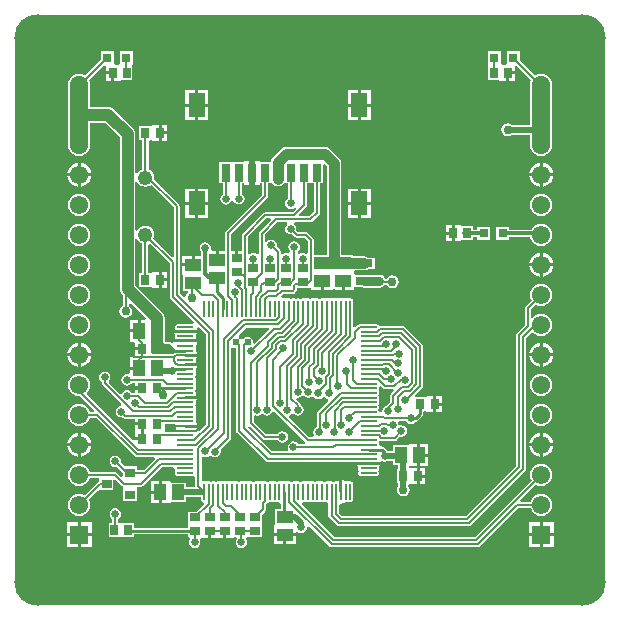
<source format=gtl>
G04 Layer_Physical_Order=1*
G04 Layer_Color=25308*
%FSLAX23Y23*%
%MOIN*%
G70*
G01*
G75*
%ADD10R,0.057X0.079*%
%ADD11R,0.031X0.059*%
%ADD12R,0.030X0.033*%
%ADD13R,0.041X0.053*%
%ADD14R,0.053X0.041*%
%ADD15C,0.030*%
%ADD16R,0.028X0.033*%
%ADD17R,0.031X0.031*%
%ADD18O,0.008X0.059*%
%ADD19O,0.059X0.008*%
%ADD20R,0.033X0.028*%
%ADD21R,0.057X0.028*%
%ADD22R,0.035X0.031*%
%ADD23C,0.008*%
%ADD24C,0.000*%
%ADD25C,0.020*%
%ADD26C,0.060*%
%ADD27C,0.035*%
%ADD28C,0.030*%
%ADD29C,0.040*%
%ADD30C,0.010*%
%ADD31C,0.006*%
%ADD32C,0.014*%
%ADD33C,0.012*%
%ADD34C,0.061*%
%ADD35R,0.061X0.061*%
%ADD36C,0.048*%
%ADD37C,0.026*%
%ADD38C,0.158*%
%ADD39C,0.050*%
%ADD40C,0.024*%
G36*
X1905Y1967D02*
X1920Y1963D01*
X1934Y1956D01*
X1946Y1946D01*
X1956Y1934D01*
X1963Y1920D01*
X1967Y1905D01*
X1969Y1890D01*
X1969Y1890D01*
Y1888D01*
X1969Y79D01*
X1967Y63D01*
X1963Y48D01*
X1956Y35D01*
X1946Y23D01*
X1934Y13D01*
X1920Y6D01*
X1905Y1D01*
X1890Y-0D01*
X1890Y-0D01*
Y-0D01*
X79D01*
X79Y-0D01*
Y-0D01*
X78Y-0D01*
X63Y1D01*
X48Y6D01*
X35Y13D01*
X23Y23D01*
X13Y35D01*
X6Y48D01*
X1Y63D01*
X-0Y78D01*
X-0Y79D01*
X-0D01*
X-0Y1890D01*
X1Y1905D01*
X6Y1920D01*
X13Y1934D01*
X23Y1946D01*
X35Y1956D01*
X48Y1963D01*
X63Y1967D01*
X73Y1968D01*
X79Y1969D01*
D01*
X79Y1969D01*
X81D01*
X85Y1969D01*
X85D01*
X1890Y1969D01*
X1905Y1967D01*
D02*
G37*
%LPC*%
G36*
X255Y830D02*
X220D01*
Y795D01*
X226Y796D01*
X235Y800D01*
X244Y806D01*
X250Y815D01*
X254Y824D01*
X255Y830D01*
D02*
G37*
G36*
X210D02*
X175D01*
X176Y824D01*
X180Y815D01*
X186Y806D01*
X195Y800D01*
X204Y796D01*
X210Y795D01*
Y830D01*
D02*
G37*
G36*
X1750D02*
X1715D01*
X1716Y824D01*
X1720Y815D01*
X1726Y806D01*
X1735Y800D01*
X1744Y796D01*
X1750Y795D01*
Y830D01*
D02*
G37*
G36*
X210Y875D02*
X204Y874D01*
X195Y870D01*
X186Y864D01*
X180Y855D01*
X176Y846D01*
X175Y840D01*
X210D01*
Y875D01*
D02*
G37*
G36*
X1795Y830D02*
X1760D01*
Y795D01*
X1766Y796D01*
X1775Y800D01*
X1784Y806D01*
X1790Y815D01*
X1794Y824D01*
X1795Y830D01*
D02*
G37*
G36*
X1755Y772D02*
X1745Y771D01*
X1737Y767D01*
X1729Y761D01*
X1723Y753D01*
X1719Y745D01*
X1718Y735D01*
X1719Y725D01*
X1723Y717D01*
X1729Y709D01*
X1737Y703D01*
X1745Y699D01*
X1755Y698D01*
X1765Y699D01*
X1773Y703D01*
X1781Y709D01*
X1787Y717D01*
X1791Y725D01*
X1792Y735D01*
X1791Y745D01*
X1787Y753D01*
X1781Y761D01*
X1773Y767D01*
X1765Y771D01*
X1755Y772D01*
D02*
G37*
G36*
X1760Y575D02*
Y540D01*
X1795D01*
X1794Y546D01*
X1790Y555D01*
X1784Y564D01*
X1775Y570D01*
X1766Y574D01*
X1760Y575D01*
D02*
G37*
G36*
X1750D02*
X1744Y574D01*
X1735Y570D01*
X1726Y564D01*
X1720Y555D01*
X1716Y546D01*
X1715Y540D01*
X1750D01*
Y575D01*
D02*
G37*
G36*
X1755Y672D02*
X1745Y671D01*
X1737Y667D01*
X1729Y661D01*
X1723Y653D01*
X1719Y645D01*
X1718Y635D01*
X1719Y625D01*
X1723Y617D01*
X1729Y609D01*
X1737Y603D01*
X1745Y599D01*
X1755Y598D01*
X1765Y599D01*
X1773Y603D01*
X1781Y609D01*
X1787Y617D01*
X1791Y625D01*
X1792Y635D01*
X1791Y645D01*
X1787Y653D01*
X1781Y661D01*
X1773Y667D01*
X1765Y671D01*
X1755Y672D01*
D02*
G37*
G36*
X1405Y697D02*
Y675D01*
X1424D01*
Y697D01*
X1405D01*
D02*
G37*
G36*
X1424Y665D02*
X1405D01*
Y643D01*
X1424D01*
Y665D01*
D02*
G37*
G36*
X1795Y1130D02*
X1760D01*
Y1095D01*
X1766Y1096D01*
X1775Y1100D01*
X1784Y1106D01*
X1790Y1115D01*
X1794Y1124D01*
X1795Y1130D01*
D02*
G37*
G36*
X1750D02*
X1715D01*
X1716Y1124D01*
X1720Y1115D01*
X1726Y1106D01*
X1735Y1100D01*
X1744Y1096D01*
X1750Y1095D01*
Y1130D01*
D02*
G37*
G36*
X215Y1172D02*
X205Y1171D01*
X197Y1167D01*
X189Y1161D01*
X183Y1153D01*
X179Y1145D01*
X178Y1135D01*
X179Y1125D01*
X183Y1117D01*
X189Y1109D01*
X197Y1103D01*
X205Y1099D01*
X215Y1098D01*
X225Y1099D01*
X233Y1103D01*
X241Y1109D01*
X247Y1117D01*
X251Y1125D01*
X252Y1135D01*
X251Y1145D01*
X247Y1153D01*
X241Y1161D01*
X233Y1167D01*
X225Y1171D01*
X215Y1172D01*
D02*
G37*
G36*
X1750Y1175D02*
X1744Y1174D01*
X1735Y1170D01*
X1726Y1164D01*
X1720Y1155D01*
X1716Y1146D01*
X1715Y1140D01*
X1750D01*
Y1175D01*
D02*
G37*
G36*
X590Y1165D02*
X558D01*
Y1140D01*
X590D01*
Y1165D01*
D02*
G37*
G36*
X215Y1072D02*
X205Y1071D01*
X197Y1067D01*
X189Y1061D01*
X183Y1053D01*
X179Y1045D01*
X178Y1035D01*
X179Y1025D01*
X183Y1017D01*
X189Y1009D01*
X197Y1003D01*
X205Y999D01*
X215Y998D01*
X225Y999D01*
X233Y1003D01*
X241Y1009D01*
X247Y1017D01*
X251Y1025D01*
X252Y1035D01*
X251Y1045D01*
X247Y1053D01*
X241Y1061D01*
X233Y1067D01*
X225Y1071D01*
X215Y1072D01*
D02*
G37*
G36*
X1750Y875D02*
X1744Y874D01*
X1735Y870D01*
X1726Y864D01*
X1720Y855D01*
X1716Y846D01*
X1715Y840D01*
X1750D01*
Y875D01*
D02*
G37*
G36*
X220D02*
Y840D01*
X255D01*
X254Y846D01*
X250Y855D01*
X244Y864D01*
X235Y870D01*
X226Y874D01*
X220Y875D01*
D02*
G37*
G36*
X1760D02*
Y840D01*
X1795D01*
X1794Y846D01*
X1790Y855D01*
X1784Y864D01*
X1775Y870D01*
X1766Y874D01*
X1760Y875D01*
D02*
G37*
G36*
X410Y952D02*
X385D01*
Y920D01*
X410D01*
Y952D01*
D02*
G37*
G36*
X215Y972D02*
X205Y971D01*
X197Y967D01*
X189Y961D01*
X183Y953D01*
X179Y945D01*
X178Y935D01*
X179Y925D01*
X183Y917D01*
X189Y909D01*
X197Y903D01*
X205Y899D01*
X215Y898D01*
X225Y899D01*
X233Y903D01*
X241Y909D01*
X247Y917D01*
X251Y925D01*
X252Y935D01*
X251Y945D01*
X247Y953D01*
X241Y961D01*
X233Y967D01*
X225Y971D01*
X215Y972D01*
D02*
G37*
G36*
X220Y575D02*
Y540D01*
X255D01*
X254Y546D01*
X250Y555D01*
X244Y564D01*
X235Y570D01*
X226Y574D01*
X220Y575D01*
D02*
G37*
G36*
X256Y276D02*
X220D01*
Y240D01*
X256D01*
Y276D01*
D02*
G37*
G36*
X210D02*
X174D01*
Y240D01*
X210D01*
Y276D01*
D02*
G37*
G36*
X1750D02*
X1714D01*
Y240D01*
X1750D01*
Y276D01*
D02*
G37*
G36*
X480Y371D02*
X455D01*
Y340D01*
X480D01*
Y371D01*
D02*
G37*
G36*
X1796Y276D02*
X1760D01*
Y240D01*
X1796D01*
Y276D01*
D02*
G37*
G36*
X937Y230D02*
X905D01*
Y205D01*
X937D01*
Y230D01*
D02*
G37*
G36*
X256Y230D02*
X220D01*
Y194D01*
X256D01*
Y230D01*
D02*
G37*
G36*
X210D02*
X174D01*
Y194D01*
X210D01*
Y230D01*
D02*
G37*
G36*
X1750D02*
X1714D01*
Y194D01*
X1750D01*
Y230D01*
D02*
G37*
G36*
X895Y230D02*
X863D01*
Y205D01*
X895D01*
Y230D01*
D02*
G37*
G36*
X1796Y230D02*
X1760D01*
Y194D01*
X1796D01*
Y230D01*
D02*
G37*
G36*
X1750Y530D02*
X1715D01*
X1716Y524D01*
X1720Y515D01*
X1726Y506D01*
X1735Y500D01*
X1744Y496D01*
X1750Y495D01*
Y530D01*
D02*
G37*
G36*
X255D02*
X220D01*
Y495D01*
X226Y496D01*
X235Y500D01*
X244Y506D01*
X250Y515D01*
X254Y524D01*
X255Y530D01*
D02*
G37*
G36*
X1795D02*
X1760D01*
Y495D01*
X1766Y496D01*
X1775Y500D01*
X1784Y506D01*
X1790Y515D01*
X1794Y524D01*
X1795Y530D01*
D02*
G37*
G36*
X210Y575D02*
X204Y574D01*
X195Y570D01*
X186Y564D01*
X180Y555D01*
X176Y546D01*
X175Y540D01*
X210D01*
Y575D01*
D02*
G37*
G36*
X1352Y537D02*
Y505D01*
X1377D01*
Y537D01*
X1352D01*
D02*
G37*
G36*
X210Y530D02*
X175D01*
X176Y524D01*
X180Y515D01*
X186Y506D01*
X195Y500D01*
X204Y496D01*
X210Y495D01*
Y530D01*
D02*
G37*
G36*
X1369Y425D02*
X1350D01*
Y403D01*
X1369D01*
Y425D01*
D02*
G37*
G36*
X480Y413D02*
X455D01*
Y381D01*
X480D01*
Y413D01*
D02*
G37*
G36*
X1218Y466D02*
X1141D01*
X1141Y466D01*
X1144Y461D01*
X1144Y461D01*
X1145Y460D01*
X1144Y456D01*
X1145Y452D01*
X1147Y449D01*
Y447D01*
X1145Y444D01*
X1144Y440D01*
X1145Y436D01*
X1147Y433D01*
X1150Y431D01*
X1154Y430D01*
X1205D01*
X1209Y431D01*
X1212Y433D01*
X1215Y436D01*
X1215Y440D01*
X1215Y444D01*
X1212Y447D01*
Y449D01*
X1215Y452D01*
X1215Y456D01*
X1215Y460D01*
X1215Y461D01*
X1215Y461D01*
X1218Y466D01*
X1218Y466D01*
D02*
G37*
G36*
X1377Y495D02*
X1352D01*
Y463D01*
X1377D01*
Y495D01*
D02*
G37*
G36*
X1350Y457D02*
Y435D01*
X1369D01*
Y457D01*
X1350D01*
D02*
G37*
G36*
X644Y1389D02*
X611D01*
Y1345D01*
X644D01*
Y1389D01*
D02*
G37*
G36*
X601D02*
X567D01*
Y1345D01*
X601D01*
Y1389D01*
D02*
G37*
G36*
X1144D02*
X1110D01*
Y1345D01*
X1144D01*
Y1389D01*
D02*
G37*
G36*
X509Y1570D02*
X490D01*
Y1548D01*
X509D01*
Y1570D01*
D02*
G37*
G36*
X490Y1602D02*
Y1580D01*
X509D01*
Y1602D01*
X490D01*
D02*
G37*
G36*
X644Y1661D02*
X611D01*
Y1617D01*
X644D01*
Y1661D01*
D02*
G37*
G36*
X215Y1372D02*
X205Y1371D01*
X197Y1367D01*
X189Y1361D01*
X183Y1353D01*
X179Y1345D01*
X178Y1335D01*
X179Y1325D01*
X183Y1317D01*
X189Y1309D01*
X197Y1303D01*
X205Y1299D01*
X215Y1298D01*
X225Y1299D01*
X233Y1303D01*
X241Y1309D01*
X247Y1317D01*
X251Y1325D01*
X252Y1335D01*
X251Y1345D01*
X247Y1353D01*
X241Y1361D01*
X233Y1367D01*
X225Y1371D01*
X215Y1372D01*
D02*
G37*
G36*
X1755D02*
X1745Y1371D01*
X1737Y1367D01*
X1729Y1361D01*
X1723Y1353D01*
X1719Y1345D01*
X1718Y1335D01*
X1719Y1325D01*
X1723Y1317D01*
X1729Y1309D01*
X1737Y1303D01*
X1745Y1299D01*
X1755Y1298D01*
X1765Y1299D01*
X1773Y1303D01*
X1781Y1309D01*
X1787Y1317D01*
X1791Y1325D01*
X1792Y1335D01*
X1791Y1345D01*
X1787Y1353D01*
X1781Y1361D01*
X1773Y1367D01*
X1765Y1371D01*
X1755Y1372D01*
D02*
G37*
G36*
X601Y1661D02*
X567D01*
Y1617D01*
X601D01*
Y1661D01*
D02*
G37*
G36*
X1760Y1475D02*
Y1440D01*
X1795D01*
X1794Y1446D01*
X1790Y1455D01*
X1784Y1464D01*
X1775Y1470D01*
X1766Y1474D01*
X1760Y1475D01*
D02*
G37*
G36*
X220D02*
Y1440D01*
X255D01*
X254Y1446D01*
X250Y1455D01*
X244Y1464D01*
X235Y1470D01*
X226Y1474D01*
X220Y1475D01*
D02*
G37*
G36*
X1795Y1430D02*
X1760D01*
Y1395D01*
X1766Y1396D01*
X1775Y1400D01*
X1784Y1406D01*
X1790Y1415D01*
X1794Y1424D01*
X1795Y1430D01*
D02*
G37*
G36*
X210Y1475D02*
X204Y1474D01*
X195Y1470D01*
X186Y1464D01*
X180Y1455D01*
X176Y1446D01*
X175Y1440D01*
X210D01*
Y1475D01*
D02*
G37*
G36*
X786Y1481D02*
X765D01*
Y1477D01*
X682D01*
Y1406D01*
X694D01*
Y1369D01*
X690Y1367D01*
X686Y1361D01*
X685Y1353D01*
X686Y1346D01*
X690Y1340D01*
X697Y1336D01*
X704Y1334D01*
X711Y1336D01*
X718Y1340D01*
X722Y1346D01*
X723Y1350D01*
X729D01*
X729Y1348D01*
X734Y1341D01*
X740Y1337D01*
X747Y1336D01*
X755Y1337D01*
X761Y1341D01*
X765Y1348D01*
X767Y1355D01*
X765Y1362D01*
X761Y1369D01*
X758Y1371D01*
Y1406D01*
X765D01*
Y1402D01*
X786D01*
Y1442D01*
Y1481D01*
D02*
G37*
G36*
X1750Y1430D02*
X1715D01*
X1716Y1424D01*
X1720Y1415D01*
X1726Y1406D01*
X1735Y1400D01*
X1744Y1396D01*
X1750Y1395D01*
Y1430D01*
D02*
G37*
G36*
X1187Y1389D02*
X1154D01*
Y1345D01*
X1187D01*
Y1389D01*
D02*
G37*
G36*
X1750Y1475D02*
X1744Y1474D01*
X1735Y1470D01*
X1726Y1464D01*
X1720Y1455D01*
X1716Y1446D01*
X1715Y1440D01*
X1750D01*
Y1475D01*
D02*
G37*
G36*
X255Y1430D02*
X220D01*
Y1395D01*
X226Y1396D01*
X235Y1400D01*
X244Y1406D01*
X250Y1415D01*
X254Y1424D01*
X255Y1430D01*
D02*
G37*
G36*
X210D02*
X175D01*
X176Y1424D01*
X180Y1415D01*
X186Y1406D01*
X195Y1400D01*
X204Y1396D01*
X210Y1395D01*
Y1430D01*
D02*
G37*
G36*
X1144Y1661D02*
X1110D01*
Y1617D01*
X1144D01*
Y1661D01*
D02*
G37*
G36*
Y1716D02*
X1110D01*
Y1671D01*
X1144D01*
Y1716D01*
D02*
G37*
G36*
X1187D02*
X1154D01*
Y1671D01*
X1187D01*
Y1716D01*
D02*
G37*
G36*
X1457Y1235D02*
X1439D01*
Y1213D01*
X1457D01*
Y1235D01*
D02*
G37*
G36*
X215Y1272D02*
X205Y1271D01*
X197Y1267D01*
X189Y1261D01*
X183Y1253D01*
X179Y1245D01*
X178Y1235D01*
X179Y1225D01*
X183Y1217D01*
X189Y1209D01*
X197Y1203D01*
X205Y1199D01*
X215Y1198D01*
X225Y1199D01*
X233Y1203D01*
X241Y1209D01*
X247Y1217D01*
X251Y1225D01*
X252Y1235D01*
X251Y1245D01*
X247Y1253D01*
X241Y1261D01*
X233Y1267D01*
X225Y1271D01*
X215Y1272D01*
D02*
G37*
G36*
X322Y1770D02*
X304D01*
Y1748D01*
X322D01*
Y1770D01*
D02*
G37*
G36*
X1683Y1847D02*
X1640D01*
Y1808D01*
X1640Y1803D01*
X1634Y1802D01*
X1626D01*
X1620Y1803D01*
X1620Y1806D01*
Y1808D01*
Y1847D01*
X1577D01*
Y1803D01*
X1577Y1803D01*
X1577D01*
X1577Y1803D01*
X1577D01*
X1578Y1798D01*
Y1798D01*
X1578D01*
X1578Y1798D01*
Y1752D01*
X1613D01*
X1615Y1752D01*
X1619Y1748D01*
D01*
X1620D01*
X1621Y1748D01*
X1638D01*
Y1775D01*
X1643D01*
Y1780D01*
X1666D01*
Y1797D01*
X1672Y1800D01*
X1722Y1750D01*
X1719Y1745D01*
X1718Y1735D01*
X1719Y1731D01*
Y1639D01*
X1718Y1635D01*
X1719Y1631D01*
Y1601D01*
X1656D01*
X1651Y1605D01*
X1643Y1606D01*
X1635Y1605D01*
X1628Y1600D01*
X1623Y1593D01*
X1622Y1585D01*
X1623Y1577D01*
X1628Y1570D01*
X1635Y1565D01*
X1643Y1564D01*
X1651Y1565D01*
X1656Y1569D01*
X1719D01*
Y1539D01*
X1718Y1535D01*
X1719Y1525D01*
X1723Y1517D01*
X1729Y1509D01*
X1737Y1503D01*
X1745Y1499D01*
X1755Y1498D01*
X1765Y1499D01*
X1773Y1503D01*
X1781Y1509D01*
X1787Y1517D01*
X1791Y1525D01*
X1792Y1535D01*
X1791Y1539D01*
Y1585D01*
Y1631D01*
X1792Y1635D01*
X1791Y1639D01*
Y1731D01*
X1792Y1735D01*
X1791Y1745D01*
X1787Y1753D01*
X1781Y1761D01*
X1773Y1767D01*
X1765Y1771D01*
X1755Y1772D01*
X1745Y1771D01*
X1737Y1767D01*
X1735Y1766D01*
X1683Y1818D01*
Y1847D01*
D02*
G37*
G36*
X1760Y1175D02*
Y1140D01*
X1795D01*
X1794Y1146D01*
X1790Y1155D01*
X1784Y1164D01*
X1775Y1170D01*
X1766Y1174D01*
X1760Y1175D01*
D02*
G37*
G36*
X1666Y1770D02*
X1648D01*
Y1748D01*
X1666D01*
Y1770D01*
D02*
G37*
G36*
X393Y1847D02*
X350D01*
Y1808D01*
Y1806D01*
X350Y1803D01*
X344Y1802D01*
X344Y1802D01*
X336D01*
X330Y1803D01*
X330Y1808D01*
Y1847D01*
X287D01*
Y1818D01*
X235Y1766D01*
X233Y1767D01*
X225Y1771D01*
X215Y1772D01*
X205Y1771D01*
X197Y1767D01*
X189Y1761D01*
X183Y1753D01*
X179Y1745D01*
X178Y1735D01*
X179Y1731D01*
Y1639D01*
X178Y1635D01*
X179Y1631D01*
Y1539D01*
X178Y1535D01*
X179Y1525D01*
X183Y1517D01*
X189Y1509D01*
X197Y1503D01*
X205Y1499D01*
X215Y1498D01*
X225Y1499D01*
X233Y1503D01*
X241Y1509D01*
X247Y1517D01*
X251Y1525D01*
X252Y1535D01*
X251Y1539D01*
Y1609D01*
X302D01*
X350Y1560D01*
Y1054D01*
X350Y1054D01*
X351Y1047D01*
X354Y1041D01*
X358Y1035D01*
X360Y1033D01*
Y998D01*
X355Y995D01*
X350Y988D01*
X349Y980D01*
X350Y972D01*
X355Y965D01*
X362Y960D01*
X370Y959D01*
X378Y960D01*
X385Y965D01*
X390Y972D01*
X391Y980D01*
X390Y988D01*
X385Y995D01*
X380Y998D01*
Y1005D01*
X386Y1007D01*
X436Y957D01*
X433Y952D01*
X420D01*
Y915D01*
X415D01*
Y910D01*
X385D01*
Y878D01*
X396D01*
X401Y874D01*
Y860D01*
X425D01*
Y850D01*
X401D01*
Y828D01*
X395Y827D01*
X385D01*
Y795D01*
X415D01*
Y785D01*
X385D01*
Y775D01*
X379Y770D01*
X375Y771D01*
X367Y770D01*
X361Y765D01*
X357Y759D01*
X355Y752D01*
X357Y744D01*
X361Y738D01*
X367Y734D01*
X375Y732D01*
X382Y734D01*
X388Y738D01*
X391Y742D01*
X401D01*
Y730D01*
X425D01*
Y720D01*
X401D01*
Y708D01*
X391D01*
X389Y712D01*
X382Y716D01*
X375Y718D01*
X368Y716D01*
X361Y712D01*
X357Y706D01*
X357Y705D01*
X351Y703D01*
X313Y741D01*
X314Y746D01*
X318Y753D01*
X319Y760D01*
X318Y767D01*
X314Y774D01*
X307Y778D01*
X300Y779D01*
X293Y778D01*
X286Y774D01*
X282Y767D01*
X281Y760D01*
X282Y753D01*
X286Y746D01*
X290Y744D01*
Y740D01*
X291Y736D01*
X293Y733D01*
X355Y670D01*
X355Y669D01*
X353Y664D01*
X348Y663D01*
X341Y659D01*
X337Y652D01*
X336Y645D01*
X337Y638D01*
X341Y631D01*
X348Y627D01*
X355Y626D01*
X359Y626D01*
X361Y625D01*
X364Y623D01*
X368Y622D01*
X401D01*
Y610D01*
X425D01*
Y600D01*
X401D01*
Y578D01*
Y560D01*
X425D01*
Y550D01*
X397D01*
X395Y549D01*
X241Y704D01*
X241Y709D01*
X247Y717D01*
X251Y725D01*
X252Y735D01*
X251Y745D01*
X247Y753D01*
X241Y761D01*
X233Y767D01*
X225Y771D01*
X215Y772D01*
X205Y771D01*
X197Y767D01*
X189Y761D01*
X183Y753D01*
X179Y745D01*
X178Y735D01*
X179Y725D01*
X183Y717D01*
X189Y709D01*
X197Y703D01*
X205Y699D01*
X215Y698D01*
X217Y698D01*
X265Y651D01*
X263Y645D01*
X250D01*
X247Y653D01*
X241Y661D01*
X233Y667D01*
X225Y671D01*
X215Y672D01*
X205Y671D01*
X197Y667D01*
X189Y661D01*
X183Y653D01*
X179Y645D01*
X178Y635D01*
X179Y625D01*
X183Y617D01*
X189Y609D01*
X197Y603D01*
X205Y599D01*
X215Y598D01*
X225Y599D01*
X233Y603D01*
X241Y609D01*
X247Y617D01*
X250Y625D01*
X271D01*
X400Y496D01*
X403Y494D01*
X407Y493D01*
X465D01*
X468Y487D01*
X431Y450D01*
X408D01*
Y464D01*
X365D01*
X354Y476D01*
X354Y480D01*
X353Y487D01*
X349Y494D01*
X342Y498D01*
X335Y499D01*
X328Y498D01*
X321Y494D01*
X317Y487D01*
X316Y480D01*
X317Y473D01*
X321Y466D01*
X328Y462D01*
X335Y461D01*
X339Y461D01*
X361Y440D01*
Y432D01*
X355Y429D01*
X342Y442D01*
X339Y444D01*
X335Y445D01*
X250D01*
X247Y453D01*
X241Y461D01*
X233Y467D01*
X225Y471D01*
X215Y472D01*
X205Y471D01*
X197Y467D01*
X189Y461D01*
X183Y453D01*
X179Y445D01*
X178Y435D01*
X179Y425D01*
X183Y417D01*
X189Y409D01*
X197Y403D01*
X205Y399D01*
X215Y398D01*
X225Y399D01*
X233Y403D01*
X241Y409D01*
X247Y417D01*
X250Y425D01*
X282D01*
Y415D01*
X281Y414D01*
X278Y412D01*
X233Y367D01*
X225Y371D01*
X215Y372D01*
X205Y371D01*
X197Y367D01*
X189Y361D01*
X183Y353D01*
X179Y345D01*
X178Y335D01*
X179Y325D01*
X183Y317D01*
X189Y309D01*
X197Y303D01*
X205Y299D01*
X215Y298D01*
X225Y299D01*
X233Y303D01*
X241Y309D01*
X247Y317D01*
X251Y325D01*
X252Y335D01*
X251Y345D01*
X247Y353D01*
X276Y382D01*
X282Y383D01*
Y383D01*
X282Y383D01*
X329D01*
Y418D01*
X335Y420D01*
X358Y398D01*
X361Y396D01*
X362Y395D01*
X362Y389D01*
X361D01*
Y346D01*
X408D01*
Y389D01*
X408Y389D01*
X409Y395D01*
X420D01*
X424Y396D01*
X427Y398D01*
X491Y461D01*
X529D01*
X532Y457D01*
X534Y452D01*
D01*
X535Y448D01*
X534Y444D01*
X534Y444D01*
Y444D01*
X534Y444D01*
X534Y440D01*
X534Y438D01*
Y438D01*
X534Y438D01*
X534Y436D01*
X536Y433D01*
X537Y433D01*
X540Y431D01*
X544Y430D01*
X595D01*
X596Y430D01*
X602Y427D01*
X602Y426D01*
Y397D01*
X597Y393D01*
X571D01*
Y409D01*
X522D01*
X520Y409D01*
X516Y413D01*
D01*
X514D01*
X513Y413D01*
X490D01*
Y376D01*
Y340D01*
X513D01*
X514Y340D01*
X516D01*
X516D01*
X520Y344D01*
X522Y344D01*
X571D01*
Y360D01*
X620D01*
Y353D01*
X621Y349D01*
X623Y346D01*
X626Y344D01*
X628Y344D01*
X631Y338D01*
X631Y338D01*
X606Y312D01*
X577D01*
Y273D01*
X577Y273D01*
Y270D01*
Y267D01*
X577Y267D01*
Y259D01*
X397D01*
Y273D01*
X358D01*
X358Y273D01*
X355D01*
X352D01*
X352Y273D01*
X345D01*
Y289D01*
X349Y291D01*
X353Y298D01*
X354Y305D01*
X353Y312D01*
X349Y319D01*
X342Y323D01*
X335Y324D01*
X328Y323D01*
X321Y319D01*
X317Y312D01*
X316Y305D01*
X317Y298D01*
X321Y291D01*
X325Y289D01*
Y273D01*
X313D01*
Y227D01*
X352D01*
X352Y227D01*
X355D01*
X358D01*
X358Y227D01*
X397D01*
Y236D01*
X577D01*
Y228D01*
X582D01*
X585Y222D01*
X582Y217D01*
X581Y210D01*
X582Y203D01*
X586Y196D01*
X593Y192D01*
X600Y191D01*
X607Y192D01*
X614Y196D01*
X618Y203D01*
X619Y210D01*
X618Y217D01*
X621Y224D01*
X623Y224D01*
X623Y224D01*
X623D01*
X626D01*
X627Y224D01*
X645D01*
Y247D01*
X655D01*
Y224D01*
X695D01*
Y247D01*
X705D01*
Y224D01*
X723D01*
X724Y224D01*
X727D01*
X727D01*
X731Y228D01*
X733D01*
X737D01*
X740Y222D01*
X737Y217D01*
X736Y210D01*
X737Y203D01*
X741Y196D01*
X748Y192D01*
X755Y191D01*
X762Y192D01*
X769Y196D01*
X773Y203D01*
X774Y210D01*
X773Y217D01*
X770Y222D01*
X773Y228D01*
X777D01*
Y228D01*
X823D01*
Y267D01*
X823Y267D01*
Y270D01*
Y273D01*
X823Y273D01*
Y301D01*
X834Y312D01*
X836Y316D01*
X837Y320D01*
Y335D01*
X842Y340D01*
X844Y342D01*
X849Y344D01*
X851Y343D01*
X855Y344D01*
X855Y344D01*
D01*
X855Y344D01*
X859Y345D01*
X862Y344D01*
X863Y344D01*
X863D01*
X863Y344D01*
X867Y343D01*
X868Y344D01*
X868D01*
X868Y344D01*
X870Y344D01*
X873Y346D01*
X874Y346D01*
X875D01*
X878Y344D01*
X882Y343D01*
X887Y338D01*
Y321D01*
X867D01*
Y270D01*
X867Y270D01*
X863Y266D01*
X863Y266D01*
X863D01*
X863Y266D01*
Y240D01*
X937D01*
Y243D01*
X938Y244D01*
X943Y245D01*
X948Y242D01*
X955Y241D01*
X962Y242D01*
X969Y246D01*
X973Y253D01*
X974Y260D01*
X974Y262D01*
X979Y265D01*
X1049Y196D01*
X1052Y194D01*
X1056Y193D01*
X1543D01*
X1547Y194D01*
X1550Y196D01*
X1679Y325D01*
X1720D01*
X1723Y317D01*
X1729Y309D01*
X1737Y303D01*
X1745Y299D01*
X1755Y298D01*
X1765Y299D01*
X1773Y303D01*
X1781Y309D01*
X1787Y317D01*
X1791Y325D01*
X1792Y335D01*
X1791Y345D01*
X1787Y353D01*
X1781Y361D01*
X1773Y367D01*
X1765Y371D01*
X1755Y372D01*
X1745Y371D01*
X1737Y367D01*
X1729Y361D01*
X1723Y353D01*
X1720Y345D01*
X1687D01*
X1685Y351D01*
X1737Y403D01*
X1745Y399D01*
X1755Y398D01*
X1765Y399D01*
X1773Y403D01*
X1781Y409D01*
X1787Y417D01*
X1791Y425D01*
X1792Y435D01*
X1791Y445D01*
X1787Y453D01*
X1781Y461D01*
X1773Y467D01*
X1765Y471D01*
X1755Y472D01*
X1745Y471D01*
X1737Y467D01*
X1729Y461D01*
X1723Y453D01*
X1719Y445D01*
X1718Y435D01*
X1719Y425D01*
X1723Y417D01*
X1533Y227D01*
X1066D01*
X957Y337D01*
X957Y338D01*
X957Y339D01*
X961Y343D01*
X965Y344D01*
X965Y344D01*
D01*
X965Y344D01*
X969Y345D01*
X973Y344D01*
X973D01*
D01*
D01*
X977Y343D01*
X981Y344D01*
D01*
X981D01*
D01*
X985Y345D01*
X988Y344D01*
X989Y344D01*
X989D01*
X989Y344D01*
X993Y343D01*
X994Y344D01*
X994D01*
X994Y344D01*
X996Y344D01*
X999Y346D01*
X1000Y346D01*
X1001D01*
X1002Y346D01*
X1004Y344D01*
X1007Y344D01*
Y344D01*
D01*
X1008Y343D01*
X1012Y344D01*
X1012Y344D01*
D01*
X1012Y344D01*
X1016Y345D01*
X1020Y344D01*
X1020Y344D01*
X1020D01*
X1020Y344D01*
X1024Y343D01*
X1026Y344D01*
X1026D01*
X1026Y344D01*
X1028Y344D01*
X1031Y346D01*
X1031Y346D01*
X1033D01*
X1036Y344D01*
X1040Y343D01*
X1045Y338D01*
Y299D01*
X1046Y295D01*
X1048Y292D01*
X1074Y266D01*
X1078Y264D01*
X1082Y263D01*
X1513D01*
X1517Y264D01*
X1520Y266D01*
X1702Y448D01*
X1704Y451D01*
X1705Y455D01*
Y891D01*
X1724Y909D01*
X1729Y909D01*
X1737Y903D01*
X1745Y899D01*
X1755Y898D01*
X1765Y899D01*
X1773Y903D01*
X1781Y909D01*
X1787Y917D01*
X1791Y925D01*
X1792Y935D01*
X1791Y945D01*
X1787Y953D01*
X1781Y961D01*
X1773Y967D01*
X1765Y971D01*
X1755Y972D01*
X1745Y971D01*
X1737Y967D01*
X1729Y961D01*
X1726Y957D01*
X1720Y959D01*
Y986D01*
X1737Y1003D01*
X1745Y999D01*
X1755Y998D01*
X1765Y999D01*
X1773Y1003D01*
X1781Y1009D01*
X1787Y1017D01*
X1791Y1025D01*
X1792Y1035D01*
X1791Y1045D01*
X1787Y1053D01*
X1781Y1061D01*
X1773Y1067D01*
X1765Y1071D01*
X1755Y1072D01*
X1745Y1071D01*
X1737Y1067D01*
X1729Y1061D01*
X1723Y1053D01*
X1719Y1045D01*
X1718Y1035D01*
X1719Y1025D01*
X1723Y1017D01*
X1703Y997D01*
X1701Y994D01*
X1700Y990D01*
Y934D01*
X1674Y908D01*
X1672Y905D01*
X1671Y901D01*
Y465D01*
X1503Y297D01*
X1092D01*
X1081Y307D01*
Y334D01*
X1087Y339D01*
X1092Y340D01*
X1096Y342D01*
X1101Y344D01*
X1103Y343D01*
X1107Y344D01*
X1107Y344D01*
D01*
X1107Y344D01*
X1111Y345D01*
X1114Y344D01*
X1115Y344D01*
X1115D01*
X1115Y344D01*
X1119Y343D01*
X1120Y344D01*
X1120D01*
X1120Y344D01*
X1122Y344D01*
X1125Y346D01*
X1126Y346D01*
X1128Y349D01*
X1129Y353D01*
Y405D01*
X1128Y408D01*
X1126Y412D01*
X1125Y412D01*
X1122Y414D01*
X1120Y414D01*
Y414D01*
D01*
X1119Y415D01*
X1115Y414D01*
X1115Y414D01*
D01*
X1114Y414D01*
X1111Y413D01*
X1107Y414D01*
X1107Y414D01*
X1107D01*
X1107Y414D01*
X1103Y415D01*
X1101Y414D01*
X1101D01*
X1096Y416D01*
X1092Y418D01*
X1092Y418D01*
Y379D01*
X1082D01*
Y418D01*
X1082Y418D01*
X1077Y415D01*
X1077Y414D01*
X1075Y414D01*
X1071Y415D01*
X1067Y414D01*
X1064Y412D01*
X1063D01*
X1062Y412D01*
X1059Y414D01*
X1057Y414D01*
Y414D01*
D01*
X1056Y415D01*
X1052Y414D01*
X1052Y414D01*
D01*
X1051Y414D01*
X1048Y413D01*
X1044Y414D01*
X1044Y414D01*
X1044D01*
X1044Y414D01*
X1040Y415D01*
X1038Y414D01*
X1038D01*
X1038Y414D01*
X1036Y414D01*
X1033Y412D01*
X1033Y412D01*
X1031D01*
X1031Y412D01*
X1028Y414D01*
X1026Y414D01*
Y414D01*
D01*
X1024Y415D01*
X1020Y414D01*
X1020Y414D01*
D01*
X1020Y414D01*
X1016Y413D01*
X1012Y414D01*
X1012Y414D01*
X1012D01*
X1012Y414D01*
X1008Y415D01*
X1007Y414D01*
X1007D01*
X1007Y414D01*
X1004Y414D01*
X1002Y412D01*
X1001Y412D01*
X1000D01*
X999Y412D01*
X996Y414D01*
X994Y414D01*
Y414D01*
D01*
X993Y415D01*
X989Y414D01*
X989Y414D01*
D01*
X988Y414D01*
X985Y413D01*
X981Y414D01*
X981D01*
D01*
D01*
X977Y415D01*
X973Y414D01*
D01*
X973D01*
D01*
X969Y413D01*
X965Y414D01*
X965Y414D01*
X965D01*
X965Y414D01*
X961Y415D01*
X959Y414D01*
X959D01*
X959Y414D01*
X957Y414D01*
X954Y412D01*
X954Y412D01*
X952D01*
X952Y412D01*
X949Y414D01*
X947Y414D01*
Y414D01*
D01*
X945Y415D01*
X941Y414D01*
X941Y414D01*
D01*
X941Y414D01*
X937Y413D01*
X934Y414D01*
X933Y414D01*
X933D01*
X933Y414D01*
X930Y415D01*
X928Y414D01*
X928D01*
X928Y414D01*
X926Y414D01*
X923Y412D01*
X922Y412D01*
X921D01*
X921Y412D01*
X918Y414D01*
X915Y414D01*
Y414D01*
D01*
X914Y415D01*
X910Y414D01*
X910Y414D01*
D01*
X910Y414D01*
X906Y413D01*
X902Y414D01*
X902D01*
D01*
D01*
X898Y415D01*
X894Y414D01*
D01*
X894D01*
D01*
X890Y413D01*
X886Y414D01*
X886Y414D01*
X886D01*
X886Y414D01*
X882Y415D01*
X881Y414D01*
X881D01*
X881Y414D01*
X878Y414D01*
X876Y412D01*
X875Y412D01*
X874D01*
X873Y412D01*
X870Y414D01*
X868Y414D01*
Y414D01*
D01*
X867Y415D01*
X863Y414D01*
X863Y414D01*
D01*
X862Y414D01*
X859Y413D01*
X855Y414D01*
X855Y414D01*
X855D01*
X855Y414D01*
X851Y415D01*
X849Y414D01*
X849D01*
X849Y414D01*
X847Y414D01*
X844Y412D01*
X844Y412D01*
X842D01*
X842Y412D01*
X839Y414D01*
X837Y414D01*
Y414D01*
D01*
X835Y415D01*
X831Y414D01*
X831Y414D01*
D01*
X831Y414D01*
X827Y413D01*
X823Y414D01*
X823D01*
D01*
D01*
X819Y415D01*
X815Y414D01*
D01*
X815D01*
D01*
X811Y413D01*
X808Y414D01*
X807Y414D01*
X807D01*
X807Y414D01*
X804Y415D01*
X802Y414D01*
X802D01*
X802Y414D01*
X800Y414D01*
X797Y412D01*
X796Y412D01*
X795D01*
X795Y412D01*
X792Y414D01*
X790Y414D01*
Y414D01*
D01*
X788Y415D01*
X784Y414D01*
X784Y414D01*
D01*
X784Y414D01*
X780Y413D01*
X776Y414D01*
X776D01*
D01*
D01*
X772Y415D01*
X768Y414D01*
D01*
X768D01*
D01*
X764Y413D01*
X760Y414D01*
X760Y414D01*
X760D01*
X760Y414D01*
X756Y415D01*
X755Y414D01*
X755D01*
X755Y414D01*
X752Y414D01*
X750Y412D01*
X749Y412D01*
X748D01*
X747Y412D01*
X744Y414D01*
X742Y414D01*
Y414D01*
D01*
X741Y415D01*
X737Y414D01*
X737Y414D01*
D01*
X736Y414D01*
X733Y413D01*
X729Y414D01*
X729D01*
D01*
D01*
X725Y415D01*
X721Y414D01*
D01*
X721D01*
D01*
X717Y413D01*
X713Y414D01*
X713D01*
D01*
D01*
X709Y415D01*
X705Y414D01*
D01*
X705D01*
D01*
X701Y413D01*
X697Y414D01*
X697D01*
D01*
D01*
X693Y415D01*
X689Y414D01*
D01*
X689D01*
D01*
X685Y413D01*
X682Y414D01*
X681Y414D01*
X681D01*
X681Y414D01*
X678Y415D01*
X676Y414D01*
X676D01*
X676Y414D01*
X674Y414D01*
X671Y412D01*
X670Y412D01*
X669D01*
X666Y414D01*
X662Y415D01*
X658Y414D01*
X655Y412D01*
X653D01*
X653Y412D01*
X650Y414D01*
X648Y414D01*
Y414D01*
D01*
X646Y415D01*
X642Y414D01*
X642Y414D01*
D01*
X642Y414D01*
X638Y413D01*
X634Y414D01*
X634Y414D01*
X634D01*
X634Y414D01*
X630Y415D01*
X629Y414D01*
X629D01*
X624Y417D01*
X624Y417D01*
X623Y419D01*
Y493D01*
X627Y495D01*
X629Y495D01*
X635Y494D01*
X643Y495D01*
X648Y498D01*
X654Y498D01*
X660Y494D01*
X667Y493D01*
X675Y494D01*
X681Y498D01*
X685Y505D01*
X687Y512D01*
X686Y518D01*
X719Y552D01*
X721Y555D01*
X722Y559D01*
Y859D01*
X723Y860D01*
X728Y862D01*
X732Y859D01*
X738Y858D01*
Y582D01*
X739Y578D01*
X741Y575D01*
X836Y480D01*
X840Y478D01*
X844Y477D01*
X1136D01*
X1136Y476D01*
X1218D01*
X1218Y477D01*
X1218Y478D01*
X1222Y482D01*
X1225Y480D01*
X1233Y478D01*
X1240Y480D01*
X1242Y481D01*
X1261D01*
Y467D01*
X1279D01*
Y453D01*
X1275D01*
Y407D01*
X1279D01*
Y398D01*
X1275Y393D01*
X1274Y385D01*
X1275Y377D01*
X1280Y370D01*
X1287Y365D01*
X1295Y364D01*
X1303Y365D01*
X1310Y370D01*
X1315Y377D01*
X1316Y385D01*
X1315Y393D01*
X1312Y398D01*
X1313Y404D01*
X1318Y405D01*
X1320Y403D01*
D01*
X1320D01*
X1321Y403D01*
X1340D01*
Y430D01*
Y457D01*
X1321D01*
X1320Y457D01*
X1320D01*
X1320D01*
X1318Y455D01*
X1316Y455D01*
X1315Y463D01*
X1316Y463D01*
X1317D01*
X1318Y463D01*
X1342D01*
Y500D01*
Y537D01*
X1318D01*
X1317Y537D01*
X1316D01*
X1316D01*
X1312Y533D01*
X1310Y533D01*
X1261D01*
Y514D01*
X1243D01*
X1241Y517D01*
X1231Y527D01*
X1228Y529D01*
X1223Y530D01*
X1223Y530D01*
X1221D01*
X1215Y534D01*
X1215Y538D01*
X1213Y541D01*
X1215Y546D01*
X1220Y548D01*
X1267D01*
X1271Y549D01*
X1274Y551D01*
X1285Y563D01*
X1289Y562D01*
X1297Y563D01*
X1303Y567D01*
X1307Y574D01*
X1309Y581D01*
X1307Y589D01*
X1303Y595D01*
X1297Y599D01*
X1289Y601D01*
X1285Y600D01*
X1281Y600D01*
X1279Y604D01*
X1278Y607D01*
X1278Y608D01*
X1281Y613D01*
X1304D01*
X1306Y609D01*
X1313Y605D01*
X1320Y604D01*
X1327Y605D01*
X1334Y609D01*
X1335Y612D01*
X1336D01*
X1336Y612D01*
X1340Y613D01*
X1344Y615D01*
X1358Y630D01*
X1358Y630D01*
X1361Y633D01*
X1362Y638D01*
X1362Y638D01*
Y643D01*
X1366Y647D01*
X1369D01*
X1370Y647D01*
X1375Y643D01*
D01*
X1375D01*
X1376Y643D01*
X1395D01*
Y670D01*
Y697D01*
X1376D01*
X1375Y697D01*
X1375D01*
X1375D01*
X1370Y693D01*
X1369Y693D01*
X1337D01*
X1334Y699D01*
X1359Y724D01*
X1361Y727D01*
X1362Y731D01*
Y863D01*
X1361Y867D01*
X1359Y870D01*
X1300Y929D01*
X1296Y932D01*
X1293Y932D01*
X1225D01*
X1219Y932D01*
X1219D01*
X1214Y934D01*
X1212Y935D01*
X1209Y938D01*
X1205Y938D01*
X1180D01*
X1180Y938D01*
X1150D01*
X1146Y938D01*
X1143Y935D01*
X1134Y927D01*
X1129Y929D01*
Y989D01*
X1129Y989D01*
Y1015D01*
X1128Y1019D01*
X1126Y1022D01*
X1125Y1022D01*
X1122Y1024D01*
X1120Y1025D01*
Y1025D01*
D01*
X1119Y1025D01*
X1115Y1024D01*
X1115Y1024D01*
D01*
X1114Y1024D01*
X1111Y1023D01*
X1107Y1024D01*
X1107D01*
D01*
D01*
X1103Y1025D01*
X1099Y1024D01*
D01*
X1099D01*
D01*
X1095Y1023D01*
X1091Y1024D01*
X1091D01*
D01*
D01*
X1087Y1025D01*
X1083Y1024D01*
D01*
X1083D01*
D01*
X1079Y1023D01*
X1075Y1024D01*
X1075D01*
D01*
D01*
X1071Y1025D01*
X1067Y1024D01*
D01*
X1067D01*
D01*
X1063Y1023D01*
X1059Y1024D01*
X1059D01*
D01*
D01*
X1056Y1025D01*
X1052Y1024D01*
D01*
X1052D01*
D01*
X1048Y1023D01*
X1044Y1024D01*
X1044D01*
D01*
D01*
X1040Y1025D01*
X1036Y1024D01*
D01*
X1036D01*
D01*
X1032Y1023D01*
X1028Y1024D01*
X1028Y1024D01*
X1028D01*
X1028Y1024D01*
X1024Y1025D01*
X1022Y1025D01*
X1022D01*
X1022Y1025D01*
X1020Y1024D01*
X1017Y1022D01*
X1017Y1022D01*
Y1022D01*
X1015D01*
X1015Y1022D01*
X1012Y1024D01*
X1010Y1025D01*
Y1025D01*
D01*
X1008Y1025D01*
X1004Y1024D01*
X1004Y1024D01*
D01*
X1004Y1024D01*
X1000Y1023D01*
X997Y1024D01*
X996Y1024D01*
X996D01*
X996Y1024D01*
X993Y1025D01*
X991Y1025D01*
X991D01*
X991Y1025D01*
X989Y1024D01*
X986Y1022D01*
X985Y1022D01*
Y1022D01*
X984D01*
X984Y1022D01*
X981Y1024D01*
X978Y1025D01*
Y1025D01*
D01*
X977Y1025D01*
X973Y1024D01*
X973Y1024D01*
D01*
X973Y1024D01*
X969Y1023D01*
X965Y1024D01*
X965Y1024D01*
X965D01*
X965Y1024D01*
X961Y1025D01*
X959Y1025D01*
X959D01*
X959Y1025D01*
X957Y1024D01*
X954Y1022D01*
X954Y1022D01*
Y1022D01*
X952D01*
X949Y1024D01*
X947Y1025D01*
X947D01*
X945Y1025D01*
X941Y1024D01*
D01*
X941D01*
D01*
X936Y1022D01*
X933Y1024D01*
X930Y1025D01*
X926Y1024D01*
X922Y1022D01*
X921D01*
X921Y1022D01*
X918Y1024D01*
X915Y1025D01*
Y1025D01*
D01*
X914Y1025D01*
X910Y1024D01*
X910Y1024D01*
D01*
X910Y1024D01*
X906Y1023D01*
X902Y1024D01*
X902Y1024D01*
X902D01*
X902Y1024D01*
X898Y1025D01*
X896Y1025D01*
X896D01*
X896D01*
X891Y1025D01*
X890Y1025D01*
X888Y1032D01*
X895Y1038D01*
X926D01*
X930Y1039D01*
X933Y1041D01*
X939Y1047D01*
X941Y1051D01*
X942Y1054D01*
Y1058D01*
X983D01*
Y1058D01*
X988Y1057D01*
Y1050D01*
X1020D01*
Y1080D01*
X1030D01*
Y1050D01*
X1090D01*
Y1080D01*
X1100D01*
Y1050D01*
X1132D01*
Y1061D01*
X1157D01*
X1157Y1061D01*
X1165Y1059D01*
X1215D01*
X1223Y1061D01*
X1230Y1065D01*
X1232Y1069D01*
X1241D01*
X1244Y1064D01*
X1251Y1059D01*
X1259Y1058D01*
X1267Y1059D01*
X1274Y1064D01*
X1279Y1071D01*
X1280Y1079D01*
X1279Y1087D01*
X1274Y1094D01*
X1267Y1099D01*
X1259Y1100D01*
X1251Y1099D01*
X1244Y1094D01*
X1241Y1089D01*
X1234D01*
X1230Y1096D01*
X1223Y1100D01*
X1215Y1102D01*
X1165D01*
X1157Y1100D01*
X1157Y1100D01*
X1136D01*
X1132Y1104D01*
Y1111D01*
X1135Y1116D01*
X1165D01*
X1165Y1116D01*
X1174Y1117D01*
X1178Y1120D01*
X1200D01*
Y1159D01*
X1178D01*
X1174Y1162D01*
X1165Y1163D01*
X1165Y1163D01*
X1128D01*
Y1166D01*
X1089D01*
Y1475D01*
X1087Y1484D01*
X1082Y1492D01*
X1052Y1522D01*
X1044Y1527D01*
X1035Y1529D01*
X1035Y1529D01*
X905D01*
X905Y1529D01*
X896Y1527D01*
X888Y1522D01*
X888Y1522D01*
X860Y1494D01*
X855Y1486D01*
X853Y1477D01*
X816D01*
Y1481D01*
X796D01*
Y1442D01*
Y1402D01*
X816D01*
Y1406D01*
X824D01*
Y1368D01*
X704Y1249D01*
X702Y1245D01*
X701Y1241D01*
Y1180D01*
X680D01*
Y1150D01*
X670D01*
Y1180D01*
X658D01*
X654Y1186D01*
X655Y1191D01*
X653Y1198D01*
X649Y1205D01*
X643Y1209D01*
X635Y1210D01*
X628Y1209D01*
X622Y1205D01*
X618Y1198D01*
X616Y1191D01*
X618Y1183D01*
X622Y1177D01*
X622Y1177D01*
Y1165D01*
X600D01*
Y1135D01*
X595D01*
Y1130D01*
X558D01*
Y1104D01*
X558D01*
X562Y1102D01*
Y1049D01*
X578D01*
X579Y1043D01*
X575Y1040D01*
X570Y1033D01*
X569Y1028D01*
X563Y1026D01*
X550Y1038D01*
Y1330D01*
X549Y1334D01*
X547Y1337D01*
X465Y1420D01*
X465Y1425D01*
X464Y1433D01*
X461Y1440D01*
X456Y1446D01*
X450Y1451D01*
X446Y1453D01*
Y1548D01*
X450Y1552D01*
X454D01*
X455Y1552D01*
X460Y1548D01*
D01*
X460D01*
X461Y1548D01*
X480D01*
Y1575D01*
Y1602D01*
X461D01*
X460Y1602D01*
X460D01*
X460D01*
X455Y1598D01*
X454Y1598D01*
X415D01*
Y1552D01*
X425D01*
Y1453D01*
X420Y1451D01*
X414Y1446D01*
X409Y1440D01*
X408Y1439D01*
X402Y1440D01*
Y1571D01*
X402Y1571D01*
X402Y1578D01*
X399Y1584D01*
X395Y1590D01*
X395Y1590D01*
X331Y1654D01*
X326Y1658D01*
X319Y1660D01*
X312Y1661D01*
X312Y1661D01*
X251D01*
Y1731D01*
X252Y1735D01*
X251Y1745D01*
X248Y1750D01*
X298Y1800D01*
X304Y1797D01*
Y1780D01*
X327D01*
Y1775D01*
X332D01*
Y1748D01*
X349D01*
X350Y1748D01*
X351D01*
X351D01*
X355Y1752D01*
X357Y1752D01*
X392D01*
Y1798D01*
X392Y1798D01*
D01*
X392Y1798D01*
X393Y1803D01*
Y1803D01*
X393D01*
X393Y1803D01*
X393D01*
X393Y1803D01*
Y1847D01*
D02*
G37*
G36*
X1486Y1267D02*
Y1267D01*
X1467D01*
Y1240D01*
Y1213D01*
X1486D01*
Y1213D01*
X1488Y1217D01*
X1527D01*
Y1228D01*
X1542D01*
Y1218D01*
X1585D01*
Y1262D01*
X1542D01*
Y1252D01*
X1527D01*
Y1263D01*
X1490D01*
X1486Y1267D01*
Y1267D01*
D02*
G37*
G36*
X1187Y1661D02*
X1154D01*
Y1617D01*
X1187D01*
Y1661D01*
D02*
G37*
G36*
X644Y1335D02*
X611D01*
Y1290D01*
X644D01*
Y1335D01*
D02*
G37*
G36*
X1187D02*
X1154D01*
Y1290D01*
X1187D01*
Y1335D01*
D02*
G37*
G36*
X1144D02*
X1110D01*
Y1290D01*
X1144D01*
Y1335D01*
D02*
G37*
G36*
X601D02*
X567D01*
Y1290D01*
X601D01*
Y1335D01*
D02*
G37*
G36*
X601Y1716D02*
X567D01*
Y1671D01*
X601D01*
Y1716D01*
D02*
G37*
G36*
X644D02*
X611D01*
Y1671D01*
X644D01*
Y1716D01*
D02*
G37*
G36*
X1755Y1272D02*
X1745Y1271D01*
X1737Y1267D01*
X1729Y1261D01*
X1723Y1253D01*
X1723Y1252D01*
X1648D01*
Y1262D01*
X1605D01*
Y1218D01*
X1648D01*
Y1228D01*
X1719D01*
X1719Y1225D01*
X1723Y1217D01*
X1729Y1209D01*
X1737Y1203D01*
X1745Y1199D01*
X1755Y1198D01*
X1765Y1199D01*
X1773Y1203D01*
X1781Y1209D01*
X1787Y1217D01*
X1791Y1225D01*
X1792Y1235D01*
X1791Y1245D01*
X1787Y1253D01*
X1781Y1261D01*
X1773Y1267D01*
X1765Y1271D01*
X1755Y1272D01*
D02*
G37*
G36*
X1457Y1267D02*
X1439D01*
Y1245D01*
X1457D01*
Y1267D01*
D02*
G37*
%LPD*%
G36*
X849Y920D02*
X800Y871D01*
X794Y874D01*
X795Y876D01*
X793Y883D01*
X789Y889D01*
X783Y893D01*
X776Y895D01*
X769Y893D01*
X763Y889D01*
X761Y886D01*
X754D01*
X752Y889D01*
X748Y892D01*
X746Y899D01*
X772Y925D01*
X846D01*
X849Y920D01*
D02*
G37*
G36*
X500Y870D02*
X519D01*
X535Y854D01*
X535Y845D01*
X528Y838D01*
X460Y838D01*
X454Y843D01*
X454Y880D01*
X490Y880D01*
X500Y870D01*
D02*
G37*
G36*
X997Y1312D02*
X981Y1296D01*
X948D01*
X946Y1302D01*
X971Y1327D01*
X973Y1330D01*
X974Y1334D01*
Y1406D01*
X997D01*
Y1312D01*
D02*
G37*
G36*
X908Y1270D02*
X906Y1269D01*
X902Y1262D01*
X901Y1255D01*
X902Y1248D01*
X906Y1241D01*
X913Y1237D01*
X920Y1236D01*
X924Y1236D01*
X933Y1228D01*
X936Y1226D01*
X940Y1225D01*
X966D01*
X977Y1214D01*
Y1174D01*
X971Y1171D01*
X967Y1173D01*
X960Y1174D01*
X953Y1173D01*
X948Y1170D01*
X943Y1172D01*
X943Y1173D01*
X943Y1178D01*
X945Y1180D01*
X950Y1186D01*
X951Y1193D01*
X950Y1201D01*
X945Y1207D01*
X939Y1211D01*
X932Y1213D01*
X924Y1211D01*
X918Y1207D01*
X914Y1201D01*
X912Y1193D01*
X914Y1186D01*
X918Y1180D01*
X919Y1179D01*
X918Y1176D01*
X912Y1173D01*
X905Y1174D01*
X898Y1173D01*
X893Y1170D01*
X888Y1172D01*
X887Y1172D01*
Y1178D01*
X886Y1182D01*
X884Y1185D01*
X874Y1196D01*
X874Y1200D01*
X873Y1207D01*
X869Y1214D01*
X862Y1218D01*
X855Y1219D01*
X848Y1218D01*
X841Y1214D01*
X839Y1211D01*
X833Y1213D01*
Y1235D01*
X874Y1276D01*
X906D01*
X908Y1270D01*
D02*
G37*
G36*
X409Y1410D02*
X414Y1404D01*
X420Y1399D01*
X427Y1396D01*
X435Y1395D01*
X443Y1396D01*
X450Y1399D01*
X454Y1402D01*
X530Y1326D01*
Y1162D01*
X524Y1160D01*
X462Y1222D01*
X464Y1227D01*
X465Y1235D01*
X464Y1243D01*
X461Y1250D01*
X456Y1256D01*
X450Y1261D01*
X443Y1264D01*
X435Y1265D01*
X427Y1264D01*
X420Y1261D01*
X414Y1256D01*
X409Y1250D01*
X408Y1249D01*
X402Y1250D01*
Y1410D01*
X408Y1411D01*
X409Y1410D01*
D02*
G37*
G36*
X1041Y1465D02*
Y1166D01*
X997D01*
Y1218D01*
X996Y1222D01*
X994Y1225D01*
X977Y1242D01*
X974Y1244D01*
X970Y1245D01*
X944D01*
X939Y1251D01*
X939Y1255D01*
X938Y1262D01*
X934Y1269D01*
X932Y1270D01*
X934Y1276D01*
X985D01*
X989Y1277D01*
X993Y1279D01*
X1014Y1301D01*
X1017Y1304D01*
X1017Y1308D01*
Y1406D01*
X1029D01*
Y1469D01*
X1034Y1472D01*
X1041Y1465D01*
D02*
G37*
G36*
X854Y1284D02*
X816Y1247D01*
X814Y1243D01*
X813Y1239D01*
Y1172D01*
X812Y1172D01*
X807Y1170D01*
X802Y1173D01*
X795Y1174D01*
X788Y1173D01*
X783Y1170D01*
X778Y1172D01*
X777Y1172D01*
Y1228D01*
X839Y1290D01*
X851D01*
X854Y1284D01*
D02*
G37*
G36*
X538Y600D02*
Y579D01*
X536Y577D01*
X502Y577D01*
Y603D01*
X535D01*
X538Y600D01*
D02*
G37*
G36*
X409Y1220D02*
X414Y1214D01*
X420Y1209D01*
X425Y1207D01*
Y1108D01*
X415D01*
Y1062D01*
X454D01*
X455Y1062D01*
X460Y1058D01*
D01*
X460D01*
X461Y1058D01*
X480D01*
Y1085D01*
Y1112D01*
X461D01*
X460Y1112D01*
X460D01*
X460D01*
X455Y1108D01*
X454Y1108D01*
X445D01*
Y1202D01*
X451Y1204D01*
X516Y1140D01*
Y1028D01*
X517Y1024D01*
X519Y1021D01*
X596Y944D01*
X596Y943D01*
X593Y938D01*
X544D01*
X540Y938D01*
X537Y935D01*
X534Y932D01*
X534Y928D01*
X534Y924D01*
X534Y923D01*
X534Y922D01*
X531Y918D01*
X531Y917D01*
X608D01*
X608Y918D01*
X606Y921D01*
X607Y925D01*
X612Y927D01*
X613Y927D01*
X636Y904D01*
Y601D01*
X615Y581D01*
X613Y581D01*
X609Y583D01*
X608Y587D01*
X606Y590D01*
X608Y592D01*
X608Y592D01*
X569D01*
Y602D01*
X608D01*
X608Y603D01*
X606Y606D01*
X605Y612D01*
X605Y613D01*
X604Y617D01*
X604Y617D01*
D01*
X604Y617D01*
X603Y621D01*
X604Y625D01*
X604Y625D01*
Y625D01*
X604Y625D01*
X605Y629D01*
X605Y631D01*
Y631D01*
X605Y631D01*
X604Y633D01*
X603Y636D01*
X604Y641D01*
Y641D01*
X604Y641D01*
X605Y643D01*
X605Y645D01*
X604Y649D01*
X604Y649D01*
D01*
X604Y649D01*
X603Y653D01*
X604Y656D01*
X604Y657D01*
Y657D01*
X604Y657D01*
X605Y660D01*
X605Y662D01*
Y662D01*
X605Y662D01*
X604Y664D01*
X602Y667D01*
X602Y668D01*
Y669D01*
X604Y672D01*
X605Y676D01*
X604Y680D01*
X605Y682D01*
X605Y682D01*
X608Y686D01*
X608Y687D01*
X569D01*
Y697D01*
X608D01*
X608Y697D01*
X605Y702D01*
X605Y702D01*
X604Y704D01*
X605Y708D01*
X604Y712D01*
X602Y715D01*
Y716D01*
X602Y717D01*
X604Y720D01*
X605Y722D01*
X605D01*
D01*
X605Y723D01*
X604Y727D01*
X604Y727D01*
D01*
X604Y728D01*
X603Y731D01*
X604Y735D01*
Y735D01*
D01*
D01*
X605Y739D01*
X604Y743D01*
D01*
Y743D01*
D01*
X603Y748D01*
X604Y751D01*
X605Y755D01*
X604Y759D01*
X602Y762D01*
Y763D01*
X602Y764D01*
X604Y767D01*
X605Y769D01*
X605D01*
D01*
X605Y771D01*
X604Y775D01*
X604Y775D01*
D01*
X604Y775D01*
X603Y779D01*
X604Y782D01*
X604Y783D01*
Y783D01*
X604Y783D01*
X605Y786D01*
X605Y788D01*
Y788D01*
X606Y794D01*
X608Y797D01*
X608Y797D01*
X572D01*
X569Y798D01*
Y807D01*
X608D01*
X608Y808D01*
X605Y812D01*
X605Y812D01*
X604Y814D01*
X605Y818D01*
X604Y822D01*
X605Y823D01*
X605Y824D01*
X608Y828D01*
X608Y829D01*
X569D01*
Y838D01*
X572Y839D01*
X608D01*
X608Y839D01*
X606Y842D01*
X605Y848D01*
X605Y849D01*
X604Y853D01*
X604Y853D01*
D01*
X604Y854D01*
X603Y857D01*
X604Y861D01*
X604Y861D01*
Y861D01*
X604Y861D01*
X605Y865D01*
X605Y867D01*
Y867D01*
X606Y872D01*
X608Y875D01*
X608Y876D01*
X530D01*
X524Y875D01*
X519Y876D01*
X503D01*
X502Y877D01*
X501Y882D01*
X501Y882D01*
X501Y882D01*
Y948D01*
X500D01*
Y956D01*
X500Y956D01*
X499Y963D01*
X497Y969D01*
X493Y975D01*
X493Y975D01*
X402Y1065D01*
Y1220D01*
X408Y1221D01*
X409Y1220D01*
D02*
G37*
G36*
X968Y543D02*
X969Y542D01*
X967Y536D01*
X945D01*
X943Y540D01*
X937Y544D01*
X929Y546D01*
X922Y544D01*
X916Y540D01*
X912Y534D01*
X910Y526D01*
X911Y519D01*
X911Y518D01*
X909Y513D01*
X857D01*
X778Y592D01*
X779Y593D01*
X785Y595D01*
X826Y554D01*
X829Y552D01*
X833Y551D01*
X876D01*
X879Y547D01*
X885Y543D01*
X892Y542D01*
X900Y543D01*
X906Y547D01*
X910Y554D01*
X912Y561D01*
X910Y569D01*
X906Y575D01*
X900Y579D01*
X892Y581D01*
X885Y579D01*
X879Y575D01*
X876Y571D01*
X837D01*
X797Y612D01*
Y631D01*
X801Y633D01*
X803Y633D01*
X809Y632D01*
X817Y633D01*
X823Y637D01*
X830Y637D01*
X834Y634D01*
X841Y632D01*
X849Y634D01*
X855Y638D01*
X859Y644D01*
X860Y645D01*
X865Y646D01*
X968Y543D01*
D02*
G37*
G36*
X910Y1356D02*
X906Y1354D01*
X902Y1347D01*
X901Y1340D01*
X902Y1333D01*
X906Y1326D01*
X913Y1322D01*
X920Y1321D01*
X927Y1322D01*
X933Y1326D01*
X937Y1321D01*
X926Y1310D01*
X835D01*
X831Y1309D01*
X828Y1307D01*
X760Y1239D01*
X757Y1236D01*
X757Y1232D01*
Y1181D01*
X745D01*
Y1158D01*
X735D01*
Y1181D01*
X722D01*
Y1237D01*
X841Y1357D01*
X843Y1360D01*
X844Y1364D01*
Y1406D01*
X858D01*
X860Y1403D01*
X868Y1398D01*
X877Y1396D01*
X886Y1398D01*
X894Y1403D01*
X896Y1406D01*
X910D01*
Y1356D01*
D02*
G37*
G36*
X541Y791D02*
Y783D01*
X529Y771D01*
X525D01*
X525Y780D01*
Y795D01*
X541Y791D01*
D02*
G37*
G36*
X1228Y723D02*
X1231Y720D01*
X1235Y720D01*
X1260D01*
X1263Y714D01*
X1255Y706D01*
X1253Y703D01*
X1252Y699D01*
Y678D01*
X1238Y664D01*
X1237Y664D01*
X1231Y660D01*
X1227Y654D01*
X1225Y646D01*
X1220Y643D01*
X1217Y643D01*
X1215Y645D01*
X1215Y649D01*
X1212Y652D01*
Y653D01*
X1215Y657D01*
X1215Y660D01*
X1215Y664D01*
X1212Y668D01*
Y669D01*
X1215Y672D01*
X1215Y674D01*
Y674D01*
X1215Y676D01*
X1215Y680D01*
D01*
Y680D01*
D01*
X1213Y685D01*
X1215Y688D01*
X1215Y692D01*
X1215Y696D01*
X1212Y699D01*
X1212D01*
Y700D01*
X1215Y704D01*
X1215Y706D01*
Y706D01*
X1215Y708D01*
X1215Y712D01*
D01*
Y712D01*
D01*
X1213Y717D01*
X1215Y720D01*
X1215Y723D01*
X1215Y727D01*
X1219Y731D01*
X1228Y723D01*
D02*
G37*
G36*
X966Y697D02*
X972Y693D01*
X979Y692D01*
X987Y693D01*
X990Y695D01*
X993Y697D01*
X997Y694D01*
X998Y692D01*
X1005Y688D01*
X1012Y687D01*
X1019Y688D01*
X1026Y692D01*
X1027Y694D01*
X1033D01*
X1034Y692D01*
X1040Y688D01*
X1043Y688D01*
X1045Y681D01*
X1009Y645D01*
X1007Y642D01*
X1006Y638D01*
Y594D01*
X1001Y590D01*
X997Y584D01*
X995Y576D01*
X997Y569D01*
X998Y566D01*
X995Y560D01*
X980D01*
X914Y627D01*
X916Y633D01*
X917Y633D01*
X923Y637D01*
X924Y639D01*
X930D01*
X931Y637D01*
X937Y633D01*
X944Y632D01*
X952Y633D01*
X958Y637D01*
X962Y644D01*
X964Y651D01*
X962Y659D01*
X958Y665D01*
X954Y667D01*
X954Y670D01*
X952Y673D01*
X938Y687D01*
X941Y692D01*
X944Y692D01*
X952Y693D01*
X958Y697D01*
X959Y699D01*
X965D01*
X966Y697D01*
D02*
G37*
%LPC*%
G36*
X608Y907D02*
X531D01*
X531Y907D01*
X534Y902D01*
X534Y902D01*
X534Y901D01*
X534Y897D01*
X534Y893D01*
X534Y891D01*
X534Y891D01*
X531Y886D01*
X531Y886D01*
X608D01*
X608Y886D01*
X605Y891D01*
X605Y891D01*
X604Y893D01*
X605Y897D01*
X604Y901D01*
X605Y902D01*
X605Y902D01*
X608Y907D01*
X608Y907D01*
D02*
G37*
G36*
X509Y1080D02*
X490D01*
Y1058D01*
X509D01*
Y1080D01*
D02*
G37*
G36*
X490Y1112D02*
Y1090D01*
X509D01*
Y1112D01*
X490D01*
D02*
G37*
%LPD*%
D10*
X606Y1666D02*
D03*
X606Y1340D02*
D03*
X1149Y1666D02*
D03*
X1149Y1340D02*
D03*
D11*
X704Y1442D02*
D03*
X747D02*
D03*
X791D02*
D03*
X834D02*
D03*
X877D02*
D03*
X921D02*
D03*
X964D02*
D03*
X1007D02*
D03*
D12*
X475Y855D02*
D03*
X425D02*
D03*
X1350Y670D02*
D03*
X1400D02*
D03*
X1295Y430D02*
D03*
X1345D02*
D03*
X475Y725D02*
D03*
X425D02*
D03*
X475Y605D02*
D03*
X425D02*
D03*
X475Y555D02*
D03*
X425D02*
D03*
X485Y1575D02*
D03*
X435D02*
D03*
X485Y1085D02*
D03*
X435D02*
D03*
D13*
X415Y915D02*
D03*
X475D02*
D03*
X485Y376D02*
D03*
X544D02*
D03*
X415Y790D02*
D03*
X475D02*
D03*
X1347Y500D02*
D03*
X1287D02*
D03*
D14*
X595Y1135D02*
D03*
Y1075D02*
D03*
X675Y1150D02*
D03*
Y1090D02*
D03*
X900Y235D02*
D03*
Y295D02*
D03*
X1095Y1140D02*
D03*
Y1080D02*
D03*
X1025Y1140D02*
D03*
Y1080D02*
D03*
D15*
X590Y1025D02*
D03*
X494Y701D02*
D03*
X1295Y385D02*
D03*
X1259Y1079D02*
D03*
X370Y980D02*
D03*
X1643Y1585D02*
D03*
D16*
X1508Y1240D02*
D03*
X1462D02*
D03*
X373Y1775D02*
D03*
X327D02*
D03*
X1597D02*
D03*
X1643D02*
D03*
X378Y250D02*
D03*
X332D02*
D03*
D17*
X1626Y1240D02*
D03*
X1564D02*
D03*
X309Y1825D02*
D03*
X371D02*
D03*
X1661D02*
D03*
X1599D02*
D03*
D18*
X630Y379D02*
D03*
X646D02*
D03*
X662D02*
D03*
X678D02*
D03*
X693D02*
D03*
X709D02*
D03*
X725D02*
D03*
X741D02*
D03*
X756D02*
D03*
X772D02*
D03*
X788D02*
D03*
X804D02*
D03*
X819D02*
D03*
X835D02*
D03*
X851D02*
D03*
X867D02*
D03*
X882D02*
D03*
X898D02*
D03*
X914D02*
D03*
X930D02*
D03*
X945D02*
D03*
X961D02*
D03*
X977D02*
D03*
X993D02*
D03*
X1008D02*
D03*
X1024D02*
D03*
X1040D02*
D03*
X1056D02*
D03*
X1071D02*
D03*
X1087D02*
D03*
X1103D02*
D03*
X1119D02*
D03*
Y989D02*
D03*
X1103D02*
D03*
X1087D02*
D03*
X1071D02*
D03*
X1056Y989D02*
D03*
X1040D02*
D03*
X1024D02*
D03*
X1008Y989D02*
D03*
X993Y989D02*
D03*
X977Y989D02*
D03*
X961D02*
D03*
X945Y989D02*
D03*
X930Y989D02*
D03*
X914D02*
D03*
X898D02*
D03*
X882D02*
D03*
X867Y989D02*
D03*
X851Y989D02*
D03*
X835Y989D02*
D03*
X819Y989D02*
D03*
X804Y989D02*
D03*
X788Y989D02*
D03*
X772Y989D02*
D03*
X756Y989D02*
D03*
X741D02*
D03*
X725D02*
D03*
X709D02*
D03*
X693D02*
D03*
X678Y989D02*
D03*
X662D02*
D03*
X646D02*
D03*
X630D02*
D03*
D19*
X1180Y440D02*
D03*
Y456D02*
D03*
Y471D02*
D03*
Y487D02*
D03*
Y519D02*
D03*
Y534D02*
D03*
Y550D02*
D03*
Y566D02*
D03*
Y582D02*
D03*
X1180Y597D02*
D03*
Y613D02*
D03*
X1180Y629D02*
D03*
Y645D02*
D03*
Y660D02*
D03*
Y676D02*
D03*
X1180Y692D02*
D03*
X1180Y708D02*
D03*
X1180Y723D02*
D03*
X1180Y739D02*
D03*
X1180Y755D02*
D03*
X1180Y771D02*
D03*
X1180Y786D02*
D03*
X1180Y802D02*
D03*
X1180Y818D02*
D03*
X1180Y834D02*
D03*
Y849D02*
D03*
Y865D02*
D03*
Y881D02*
D03*
Y897D02*
D03*
X1180Y912D02*
D03*
X1180Y928D02*
D03*
X569Y928D02*
D03*
Y912D02*
D03*
Y897D02*
D03*
X569Y881D02*
D03*
Y865D02*
D03*
Y849D02*
D03*
X569Y834D02*
D03*
Y818D02*
D03*
Y802D02*
D03*
Y786D02*
D03*
X569Y771D02*
D03*
Y755D02*
D03*
X569Y739D02*
D03*
Y723D02*
D03*
Y708D02*
D03*
Y692D02*
D03*
X569Y676D02*
D03*
Y660D02*
D03*
Y645D02*
D03*
X569Y629D02*
D03*
X569Y613D02*
D03*
X569Y597D02*
D03*
X569Y582D02*
D03*
X569Y566D02*
D03*
X569Y550D02*
D03*
X569Y534D02*
D03*
X569Y519D02*
D03*
X569Y503D02*
D03*
X569Y487D02*
D03*
X569Y471D02*
D03*
X569Y456D02*
D03*
X569Y440D02*
D03*
X1180Y503D02*
D03*
D20*
X740Y1112D02*
D03*
Y1158D02*
D03*
X795Y1077D02*
D03*
Y1123D02*
D03*
X850Y1077D02*
D03*
Y1123D02*
D03*
X905Y1077D02*
D03*
Y1123D02*
D03*
X960Y1077D02*
D03*
Y1123D02*
D03*
X600Y247D02*
D03*
Y293D02*
D03*
X650D02*
D03*
Y247D02*
D03*
X700Y293D02*
D03*
Y247D02*
D03*
X750D02*
D03*
Y293D02*
D03*
X800Y247D02*
D03*
Y293D02*
D03*
D21*
X1165Y1080D02*
D03*
Y1140D02*
D03*
D22*
X306Y405D02*
D03*
X384Y442D02*
D03*
Y368D02*
D03*
D23*
X635Y513D02*
X636D01*
X1675Y335D02*
X1755D01*
X1543Y203D02*
X1675Y335D01*
X1056Y203D02*
X1543D01*
X1062Y217D02*
X1537D01*
X932Y1087D02*
Y1193D01*
X1229Y629D02*
X1235Y623D01*
X1320D01*
X1244Y600D02*
X1260D01*
X1267Y559D02*
X1289Y581D01*
X1180Y629D02*
X1229D01*
X1239Y605D02*
X1244Y600D01*
X1244Y646D02*
Y656D01*
X1262Y674D01*
X1220Y605D02*
X1239D01*
X1213Y597D02*
X1220Y605D01*
X1180Y582D02*
X1230D01*
X1180Y597D02*
X1213D01*
Y566D02*
X1220Y559D01*
X1180Y566D02*
X1213D01*
X1220Y559D02*
X1267D01*
X1288Y752D02*
X1301D01*
X1293Y922D02*
X1352Y863D01*
X1287Y908D02*
X1338Y857D01*
X1281Y894D02*
X1324Y851D01*
Y742D02*
Y851D01*
X1338Y737D02*
Y857D01*
X1352Y731D02*
Y863D01*
X1304Y683D02*
X1352Y731D01*
X1316Y715D02*
X1338Y737D01*
X1298Y715D02*
X1316D01*
X1276Y693D02*
X1298Y715D01*
X1311Y729D02*
X1324Y742D01*
X1292Y729D02*
X1311D01*
X1262Y699D02*
X1292Y729D01*
X1265Y730D02*
X1288Y752D01*
X1235Y730D02*
X1265D01*
X1210Y755D02*
X1235Y730D01*
X1180Y755D02*
X1210D01*
X1232Y753D02*
X1255D01*
X1214Y771D02*
X1232Y753D01*
X1180Y771D02*
X1214D01*
X1278Y772D02*
Y775D01*
X1246Y804D02*
X1278Y772D01*
X1279Y805D02*
Y807D01*
X1231Y786D02*
X1236Y781D01*
X1226Y804D02*
X1246D01*
X1225Y802D02*
X1226Y804D01*
X1180Y802D02*
X1225D01*
X1169Y818D02*
X1259D01*
X1223Y833D02*
X1261D01*
X1222Y834D02*
X1223Y833D01*
X1180Y834D02*
X1222D01*
X1255Y847D02*
X1271Y863D01*
X1229Y847D02*
X1255D01*
X1226Y849D02*
X1229Y847D01*
X1180Y849D02*
X1226D01*
X1239Y865D02*
Y870D01*
X1271Y863D02*
Y871D01*
X1231Y894D02*
X1281D01*
X1225Y908D02*
X1287D01*
X1219Y922D02*
X1293D01*
X1267Y839D02*
X1280D01*
X1261Y833D02*
X1267Y839D01*
X1114Y623D02*
Y626D01*
X1089Y600D02*
Y651D01*
X1066Y578D02*
Y648D01*
X1039Y600D02*
Y641D01*
X1016Y578D02*
Y638D01*
X1180Y786D02*
X1231D01*
X1259Y818D02*
X1276Y802D01*
X1279Y805D01*
X1180Y881D02*
X1217D01*
X1231Y894D01*
X1180Y897D02*
X1213D01*
X1225Y908D01*
X1180Y912D02*
X1209D01*
X1219Y922D01*
X1276Y653D02*
Y693D01*
X1262Y674D02*
Y699D01*
X764Y866D02*
X774Y876D01*
X644Y521D02*
Y522D01*
X636Y513D02*
X644Y521D01*
X1150Y613D02*
X1180D01*
X1150Y928D02*
X1180D01*
X1134Y912D02*
X1150Y928D01*
X1012Y706D02*
Y711D01*
X844Y487D02*
X1179D01*
X748Y582D02*
X844Y487D01*
X764Y592D02*
X853Y503D01*
X884Y795D02*
X884Y795D01*
X907Y653D02*
X909Y651D01*
X907Y664D02*
X907Y664D01*
X907Y653D02*
Y664D01*
X833Y561D02*
X892D01*
X921Y689D02*
X944Y666D01*
X959Y731D02*
X979Y711D01*
X1133Y645D02*
X1180D01*
X1090Y692D02*
X1180D01*
X1086Y708D02*
X1180D01*
X907Y664D02*
Y693D01*
X907Y693D02*
X907Y693D01*
X1089Y651D02*
X1099Y660D01*
X1180D01*
X1039Y641D02*
X1090Y692D01*
X1016Y638D02*
X1086Y708D01*
X1047Y706D02*
X1051Y710D01*
X1012Y711D02*
X1037Y737D01*
X996Y764D02*
X1014Y746D01*
X748Y582D02*
Y867D01*
X764Y592D02*
Y866D01*
X786Y608D02*
X833Y561D01*
X898Y956D02*
Y989D01*
X914Y951D02*
Y989D01*
X930Y947D02*
Y989D01*
X945Y943D02*
Y989D01*
X961Y939D02*
Y989D01*
X977Y934D02*
Y989D01*
X1063Y861D02*
X1103Y901D01*
Y989D01*
X1073Y851D02*
X1119Y896D01*
X993Y930D02*
Y989D01*
X1008Y925D02*
Y989D01*
X1024Y921D02*
Y989D01*
X1040Y917D02*
Y989D01*
X1056Y913D02*
Y989D01*
X1071Y909D02*
Y989D01*
X1087Y905D02*
Y989D01*
X1119Y896D02*
Y989D01*
X1134Y892D02*
Y912D01*
X1047Y845D02*
X1063Y861D01*
X1061Y839D02*
X1073Y851D01*
X1051Y710D02*
Y756D01*
X1061Y766D01*
Y839D01*
X1037Y737D02*
Y762D01*
X1047Y772D01*
Y845D01*
X996Y764D02*
Y788D01*
X982Y743D02*
Y794D01*
X786Y608D02*
Y808D01*
X996Y788D02*
X1010Y802D01*
X982Y794D02*
X996Y808D01*
X959Y731D02*
Y791D01*
X982Y814D01*
X944Y711D02*
Y795D01*
X968Y819D01*
X921Y689D02*
Y792D01*
X954Y825D01*
X907Y693D02*
Y798D01*
X940Y831D01*
X884Y795D02*
X926Y837D01*
X1024Y781D02*
Y842D01*
X1087Y905D01*
X1010Y802D02*
Y848D01*
X1071Y909D01*
X996Y808D02*
Y854D01*
X1056Y913D01*
X982Y814D02*
Y859D01*
X1040Y917D01*
X968Y819D02*
Y865D01*
X1024Y921D01*
X954Y825D02*
Y871D01*
X1008Y925D01*
X940Y831D02*
Y877D01*
X993Y930D01*
X926Y837D02*
Y883D01*
X977Y934D01*
X871Y854D02*
Y866D01*
X857Y859D02*
Y872D01*
X843Y865D02*
Y877D01*
X861Y818D02*
X889Y846D01*
X841Y824D02*
X871Y854D01*
X809Y811D02*
X857Y859D01*
X786Y808D02*
X843Y865D01*
X774Y876D02*
X776D01*
X1075Y735D02*
Y834D01*
X1134Y892D01*
X1075Y735D02*
X1079Y731D01*
X1106Y739D02*
Y779D01*
Y739D02*
X1122Y723D01*
X1180D01*
X1129Y751D02*
Y816D01*
Y751D02*
X1141Y739D01*
X1180D01*
X1114Y626D02*
X1133Y645D01*
X857Y950D02*
X857Y950D01*
X872D01*
X862Y936D02*
X862Y936D01*
X878D01*
X898Y956D01*
X789Y846D02*
X865Y922D01*
X884D01*
X914Y951D01*
X843Y877D02*
X874Y908D01*
X890D01*
X930Y947D01*
X857Y872D02*
X880Y894D01*
X896D01*
X945Y943D01*
X871Y866D02*
X885Y880D01*
X901D01*
X961Y939D01*
X841Y652D02*
Y824D01*
X861Y664D02*
X976Y550D01*
X861Y664D02*
Y818D01*
X884Y674D02*
Y795D01*
X944Y651D02*
Y666D01*
X1114Y576D02*
Y578D01*
X1064Y576D02*
X1066Y578D01*
X1114Y578D02*
X1150Y613D01*
X1180Y865D02*
X1239D01*
X853Y503D02*
X1179D01*
X976Y550D02*
X1180D01*
X809Y651D02*
Y811D01*
X739Y876D02*
X748Y867D01*
X872Y950D02*
X882Y960D01*
Y989D01*
X1066Y648D02*
X1094Y676D01*
X1180D01*
X929Y526D02*
X1061D01*
X1070Y534D01*
X1180D01*
X600Y293D02*
X600D01*
X700D02*
Y310D01*
X693Y342D02*
Y379D01*
Y342D02*
X705Y330D01*
X720D01*
X750Y300D01*
Y293D02*
Y300D01*
Y247D02*
X800D01*
X650Y293D02*
Y323D01*
X662Y335D01*
X600Y293D02*
X646Y339D01*
X678Y332D02*
X700Y310D01*
X678Y332D02*
Y379D01*
X662Y335D02*
Y379D01*
X646Y339D02*
Y379D01*
X750Y247D02*
X755Y242D01*
Y210D02*
Y242D01*
X600Y210D02*
Y247D01*
X650D02*
X700D01*
X827Y340D02*
X835Y348D01*
Y379D01*
X800Y293D02*
X827Y320D01*
Y340D01*
X768Y936D02*
X862D01*
X762Y950D02*
X857D01*
X822Y1067D02*
X830Y1075D01*
X842D01*
X877Y1067D02*
X885Y1075D01*
X897D01*
X871Y1049D02*
X877Y1054D01*
Y1067D01*
X844Y1049D02*
X871D01*
X891D02*
X926D01*
X872Y1030D02*
X891Y1049D01*
X926D02*
X932Y1054D01*
Y1067D01*
X937Y1072D01*
X842Y1075D02*
X850Y1067D01*
Y1072D02*
X862D01*
X877Y1087D01*
X897Y1075D02*
X905Y1067D01*
Y1072D02*
X917D01*
X932Y1087D01*
X937Y1072D02*
X974D01*
X987Y1085D01*
Y1218D01*
X930Y1300D02*
X964Y1334D01*
Y1412D01*
X1007Y1308D02*
Y1412D01*
X985Y1286D02*
X1007Y1308D01*
X970Y1235D02*
X987Y1218D01*
X940Y1235D02*
X970D01*
X920Y1255D02*
X940Y1235D01*
X920Y1340D02*
Y1411D01*
X921Y1412D01*
X704Y1353D02*
Y1412D01*
X855Y1200D02*
X877Y1178D01*
Y1087D02*
Y1178D01*
X747Y1355D02*
Y1412D01*
X795Y1118D02*
Y1155D01*
X850Y1118D02*
Y1155D01*
X905Y1118D02*
Y1155D01*
X960Y1118D02*
Y1155D01*
X835Y1300D02*
X930D01*
X834Y1364D02*
Y1412D01*
X823Y1239D02*
X870Y1286D01*
X985D01*
X475Y560D02*
X481Y566D01*
X530Y590D02*
X537Y597D01*
X569D01*
X481Y566D02*
X569D01*
X475Y610D02*
X478Y613D01*
X569D01*
X665Y512D02*
X667D01*
X612Y397D02*
X630Y379D01*
X644Y522D02*
X658Y535D01*
X658D01*
X1216Y1079D02*
X1259D01*
X1215Y1080D02*
X1215Y1080D01*
X1216Y1079D01*
X533Y660D02*
X569D01*
X518Y646D02*
X533Y660D01*
X415Y660D02*
X512D01*
X524Y632D02*
X537Y645D01*
X569D01*
X512Y660D02*
X529Y676D01*
X569D01*
X375Y698D02*
X375Y698D01*
X434Y674D02*
X506D01*
X540Y708D01*
X569D01*
X506Y739D02*
X569D01*
X375Y752D02*
X494D01*
X506Y739D01*
X1301Y683D02*
X1304D01*
X215Y635D02*
X275D01*
X215Y715D02*
Y735D01*
Y715D02*
X411Y519D01*
X569D01*
X275Y635D02*
X407Y503D01*
X569D01*
X385Y440D02*
X435D01*
X482Y487D01*
X569D01*
X420Y405D02*
X486Y471D01*
X569D01*
X365Y405D02*
X420D01*
X373Y442D02*
X384D01*
X335Y480D02*
X373Y442D01*
X300Y740D02*
Y760D01*
X375Y698D02*
X410D01*
X434Y674D01*
X400Y675D02*
X415Y660D01*
X355Y645D02*
X368Y632D01*
X300Y740D02*
X394Y646D01*
X518D01*
X368Y632D02*
X524D01*
X335Y262D02*
Y305D01*
Y262D02*
X337Y260D01*
X538Y582D02*
X569D01*
X530Y590D02*
X538Y582D01*
X335Y435D02*
X365Y405D01*
X215Y435D02*
X335D01*
X285Y405D02*
X306D01*
X215Y335D02*
X285Y405D01*
X665Y512D02*
X712Y559D01*
Y880D01*
X768Y936D01*
X658Y535D02*
X698Y575D01*
Y886D01*
X762Y950D01*
X678Y588D02*
Y989D01*
X612Y397D02*
Y523D01*
X678Y588D01*
X569Y534D02*
X603D01*
X660Y591D01*
X569Y550D02*
X599D01*
X646Y597D01*
X569Y582D02*
X605D01*
X618Y595D01*
X660Y591D02*
Y914D01*
X646Y597D02*
Y908D01*
X370Y980D02*
Y1048D01*
X376Y1054D01*
X590Y1025D02*
Y1070D01*
X595Y1075D01*
Y1065D02*
Y1075D01*
X435Y1085D02*
Y1235D01*
X435Y1425D02*
Y1575D01*
X435Y1425D02*
X435Y1425D01*
X435Y1425D02*
X445D01*
X435Y1085D02*
X435Y1085D01*
X445Y1425D02*
X540Y1330D01*
X435Y1235D02*
X526Y1144D01*
X795Y1077D02*
X823Y1106D01*
Y1239D01*
X822Y1047D02*
Y1067D01*
X844Y1030D02*
X872D01*
X748Y1112D02*
X767Y1094D01*
X740Y1112D02*
X748D01*
X767Y1232D02*
X835Y1300D01*
X767Y1094D02*
X768Y1093D01*
X767Y1094D02*
Y1232D01*
X526Y1028D02*
Y1144D01*
X540Y1034D02*
Y1330D01*
X526Y1028D02*
X646Y908D01*
X540Y1034D02*
X660Y914D01*
X595Y1065D02*
X625Y1035D01*
X662D01*
X835Y989D02*
Y1020D01*
X844Y1030D01*
X795Y1040D02*
Y1077D01*
X741Y989D02*
Y1023D01*
X725Y989D02*
X725Y989D01*
X712Y1241D02*
X834Y1364D01*
X735Y1029D02*
X741Y1023D01*
X662Y1035D02*
X678Y1019D01*
Y989D02*
Y1019D01*
X819Y989D02*
Y1024D01*
X844Y1049D01*
X804Y989D02*
Y1029D01*
X822Y1047D01*
X788Y989D02*
Y1033D01*
X795Y1040D01*
X772Y989D02*
Y1056D01*
X768Y1059D02*
X772Y1056D01*
X768Y1059D02*
Y1093D01*
X725Y989D02*
Y1019D01*
X712Y1032D02*
X725Y1019D01*
X712Y1032D02*
Y1241D01*
X735Y1029D02*
Y1043D01*
X1750Y1240D02*
X1755Y1235D01*
X371Y1776D02*
Y1825D01*
Y1776D02*
X373Y1775D01*
X215Y1735D02*
X219D01*
X309Y1825D01*
X1599Y1776D02*
Y1825D01*
X1597Y1775D02*
X1599Y1776D01*
X1661Y1825D02*
X1751Y1735D01*
X1735Y935D02*
X1755D01*
X1710Y930D02*
Y990D01*
X1755Y1035D01*
X914Y345D02*
Y379D01*
X930Y349D02*
Y379D01*
X1537Y217D02*
X1755Y435D01*
X914Y345D02*
X1056Y203D01*
X930Y349D02*
X1062Y217D01*
X1071Y303D02*
Y379D01*
X1056Y299D02*
Y379D01*
X1071Y303D02*
X1087Y287D01*
X1507D01*
X1082Y273D02*
X1513D01*
X1056Y299D02*
X1082Y273D01*
X1513D02*
X1695Y455D01*
Y895D01*
X1735Y935D01*
X1507Y287D02*
X1681Y461D01*
Y901D01*
X1710Y930D01*
X675Y1075D02*
Y1090D01*
D24*
X1179Y487D02*
X1180Y487D01*
X1179Y503D02*
X1180Y503D01*
D25*
X544Y376D02*
X624D01*
X1643Y1585D02*
X1755D01*
X791Y1380D02*
Y1504D01*
X1233Y498D02*
X1285D01*
X482Y782D02*
X523D01*
X1295Y430D02*
Y488D01*
X1285Y498D02*
X1295Y488D01*
X1295Y385D02*
Y430D01*
X1295Y430D01*
X1751Y1735D02*
X1755D01*
X898Y295D02*
X935D01*
X955Y275D01*
Y260D02*
Y275D01*
D26*
X215Y1635D02*
Y1735D01*
Y1535D02*
Y1635D01*
X1755D02*
Y1735D01*
Y1535D02*
Y1585D01*
Y1635D01*
D27*
X877Y1420D02*
Y1477D01*
X905Y1505D01*
X1025Y1140D02*
X1095D01*
X1165D01*
X1165Y1140D01*
X905Y1505D02*
X1035D01*
X1065Y1475D01*
Y1140D02*
Y1475D01*
Y1140D02*
X1095D01*
D28*
X1165Y1080D02*
X1215D01*
D29*
X474Y916D02*
X475Y915D01*
Y866D02*
Y915D01*
Y866D02*
X475Y865D01*
X215Y1635D02*
X312D01*
X376Y1571D01*
Y1054D02*
Y1571D01*
Y1054D02*
X474Y956D01*
Y916D02*
Y956D01*
D30*
X425Y560D02*
Y605D01*
X475Y725D02*
X476Y723D01*
X527Y786D02*
X569D01*
X1233Y498D02*
X1233Y498D01*
X1180Y519D02*
X1223D01*
X1233Y509D01*
Y498D02*
Y509D01*
X494Y701D02*
Y723D01*
X476D02*
X494D01*
X569D01*
X523Y782D02*
X527Y786D01*
X475Y849D02*
X569D01*
X475D02*
Y865D01*
X475Y790D02*
X482Y782D01*
X1320Y623D02*
X1336D01*
X1350Y638D01*
Y670D01*
X378Y255D02*
X385Y247D01*
X600D01*
X675Y1043D02*
Y1075D01*
Y1043D02*
X693Y1024D01*
Y989D02*
Y1024D01*
X898Y295D02*
Y379D01*
D31*
X415Y884D02*
Y915D01*
Y884D02*
X425Y874D01*
X371Y726D02*
X372Y725D01*
X536Y834D02*
X569D01*
X531Y813D02*
X539Y804D01*
X541D01*
X543Y802D01*
X569D01*
X531Y813D02*
Y828D01*
X536Y834D01*
X415Y790D02*
Y820D01*
Y790D02*
X415Y790D01*
X425Y830D02*
Y855D01*
X415Y820D02*
X424Y829D01*
X425Y830D01*
Y855D02*
Y874D01*
X424Y829D02*
X532D01*
X396D02*
X424D01*
X390Y835D02*
X396Y829D01*
X744Y1065D02*
Y1075D01*
Y1065D02*
X757Y1052D01*
X756Y989D02*
X757Y990D01*
Y1052D01*
D32*
X372Y725D02*
X425D01*
X635Y1105D02*
X635Y1105D01*
Y1191D01*
X635Y1105D02*
X650Y1090D01*
X675D01*
D33*
X1498Y1240D02*
X1564D01*
X1626D02*
X1750D01*
D34*
X1755Y1735D02*
D03*
Y1635D02*
D03*
Y1535D02*
D03*
Y1435D02*
D03*
Y1335D02*
D03*
Y1235D02*
D03*
Y1135D02*
D03*
Y1035D02*
D03*
Y935D02*
D03*
Y835D02*
D03*
Y735D02*
D03*
Y635D02*
D03*
Y535D02*
D03*
Y435D02*
D03*
Y335D02*
D03*
X215Y1735D02*
D03*
Y1635D02*
D03*
Y1535D02*
D03*
Y1435D02*
D03*
Y1335D02*
D03*
Y1235D02*
D03*
Y1135D02*
D03*
Y1035D02*
D03*
Y935D02*
D03*
Y835D02*
D03*
Y735D02*
D03*
Y635D02*
D03*
Y535D02*
D03*
Y435D02*
D03*
Y335D02*
D03*
D35*
X1755Y235D02*
D03*
X215D02*
D03*
D36*
X435Y1235D02*
D03*
Y1425D02*
D03*
D37*
X635Y513D02*
D03*
X285Y680D02*
D03*
X932Y1193D02*
D03*
X1320Y623D02*
D03*
X1260Y600D02*
D03*
X1289Y581D02*
D03*
X1244Y646D02*
D03*
X1230Y582D02*
D03*
X1301Y752D02*
D03*
X1255Y753D02*
D03*
X1278Y775D02*
D03*
X1279Y807D02*
D03*
X1236Y781D02*
D03*
X1239Y870D02*
D03*
X1271Y871D02*
D03*
X1280Y839D02*
D03*
X1284Y966D02*
D03*
X1301Y683D02*
D03*
X1114Y623D02*
D03*
X1089Y600D02*
D03*
X1039D02*
D03*
X1276Y653D02*
D03*
X979Y711D02*
D03*
X1012Y706D02*
D03*
X909Y651D02*
D03*
X929Y526D02*
D03*
X892Y561D02*
D03*
X982Y743D02*
D03*
X944Y711D02*
D03*
X1014Y746D02*
D03*
X1047Y706D02*
D03*
X1079Y731D02*
D03*
X1129Y816D02*
D03*
X1104Y781D02*
D03*
X1024D02*
D03*
X789Y846D02*
D03*
X894Y856D02*
D03*
X841Y652D02*
D03*
X884Y674D02*
D03*
X944Y651D02*
D03*
X1114Y576D02*
D03*
X1064D02*
D03*
X1014D02*
D03*
X1155Y327D02*
D03*
X809Y651D02*
D03*
X1233Y966D02*
D03*
X1064Y1042D02*
D03*
X605Y330D02*
D03*
X755Y210D02*
D03*
X600D02*
D03*
X850Y330D02*
D03*
X985Y1040D02*
D03*
X920Y1255D02*
D03*
Y1340D02*
D03*
X704Y1353D02*
D03*
X855Y1200D02*
D03*
X747Y1355D02*
D03*
X740Y1200D02*
D03*
X795Y1155D02*
D03*
X850D02*
D03*
X905D02*
D03*
X960D02*
D03*
X1215Y1080D02*
D03*
X515Y590D02*
D03*
X300Y760D02*
D03*
X375Y698D02*
D03*
X667Y512D02*
D03*
X1233Y498D02*
D03*
X375Y752D02*
D03*
X523Y782D02*
D03*
X425Y475D02*
D03*
X335Y480D02*
D03*
Y305D02*
D03*
X320Y555D02*
D03*
X400Y675D02*
D03*
X355Y645D02*
D03*
X360Y515D02*
D03*
X285Y590D02*
D03*
X385Y580D02*
D03*
X320Y645D02*
D03*
X744Y1075D02*
D03*
X735Y1043D02*
D03*
X685Y1200D02*
D03*
X700Y1287D02*
D03*
X1113Y1499D02*
D03*
X704Y1602D02*
D03*
X830Y1510D02*
D03*
X911Y1670D02*
D03*
X1215Y1215D02*
D03*
X1252Y1603D02*
D03*
X1221Y1390D02*
D03*
X728Y1731D02*
D03*
X1035Y1733D02*
D03*
X455Y1705D02*
D03*
X340Y1698D02*
D03*
X317Y1529D02*
D03*
X553Y1563D02*
D03*
X307Y1407D02*
D03*
X1320Y1285D02*
D03*
X738Y1510D02*
D03*
X1020Y1195D02*
D03*
X1040Y1595D02*
D03*
X1010Y178D02*
D03*
X1156Y165D02*
D03*
X1287Y167D02*
D03*
X1437Y173D02*
D03*
X1315Y322D02*
D03*
X1465Y421D02*
D03*
X1470Y555D02*
D03*
X1438Y330D02*
D03*
X1400Y1005D02*
D03*
X985Y330D02*
D03*
X955Y260D02*
D03*
X1260Y246D02*
D03*
X1384Y245D02*
D03*
X1671Y393D02*
D03*
X1563Y443D02*
D03*
X1630Y188D02*
D03*
X449Y302D02*
D03*
X518D02*
D03*
X635Y1191D02*
D03*
D38*
X79Y1890D02*
D03*
X79Y79D02*
D03*
X1890D02*
D03*
X1890Y1890D02*
D03*
D39*
X244Y59D02*
D03*
X429D02*
D03*
X614D02*
D03*
X799D02*
D03*
X984D02*
D03*
X1169D02*
D03*
X1354D02*
D03*
X1539D02*
D03*
X1724D02*
D03*
X1909Y244D02*
D03*
Y429D02*
D03*
Y614D02*
D03*
Y799D02*
D03*
Y984D02*
D03*
Y1169D02*
D03*
Y1354D02*
D03*
Y1539D02*
D03*
Y1724D02*
D03*
X1724Y1909D02*
D03*
X1539D02*
D03*
X1354D02*
D03*
X1169D02*
D03*
X984D02*
D03*
X799D02*
D03*
X614D02*
D03*
X429D02*
D03*
X244D02*
D03*
X59Y1539D02*
D03*
Y1354D02*
D03*
Y1169D02*
D03*
Y984D02*
D03*
Y799D02*
D03*
Y614D02*
D03*
Y429D02*
D03*
Y244D02*
D03*
X59Y1724D02*
D03*
D40*
X776Y876D02*
D03*
X739D02*
D03*
M02*

</source>
